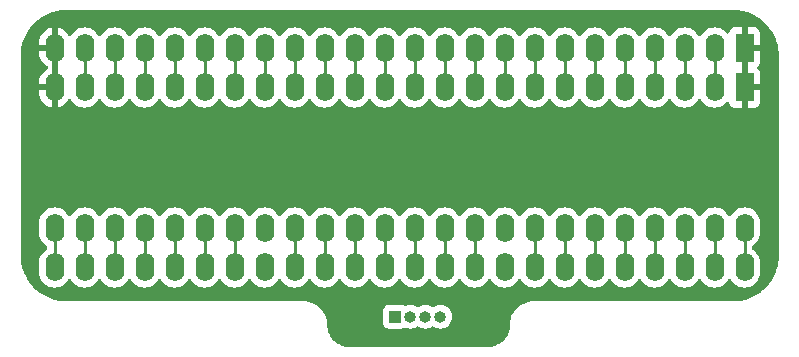
<source format=gbr>
G04 #@! TF.GenerationSoftware,KiCad,Pcbnew,7.0.0-1.fc37*
G04 #@! TF.CreationDate,2023-02-19T18:59:07+00:00*
G04 #@! TF.ProjectId,Gary,47617279-2e6b-4696-9361-645f70636258,rev?*
G04 #@! TF.SameCoordinates,Original*
G04 #@! TF.FileFunction,Copper,L1,Top*
G04 #@! TF.FilePolarity,Positive*
%FSLAX46Y46*%
G04 Gerber Fmt 4.6, Leading zero omitted, Abs format (unit mm)*
G04 Created by KiCad (PCBNEW 7.0.0-1.fc37) date 2023-02-19 18:59:07*
%MOMM*%
%LPD*%
G01*
G04 APERTURE LIST*
G04 #@! TA.AperFunction,ComponentPad*
%ADD10R,1.600000X2.400000*%
G04 #@! TD*
G04 #@! TA.AperFunction,ComponentPad*
%ADD11O,1.600000X2.400000*%
G04 #@! TD*
G04 #@! TA.AperFunction,ComponentPad*
%ADD12R,1.000000X1.000000*%
G04 #@! TD*
G04 #@! TA.AperFunction,ComponentPad*
%ADD13O,1.000000X1.000000*%
G04 #@! TD*
G04 #@! TA.AperFunction,Conductor*
%ADD14C,0.250000*%
G04 #@! TD*
G04 APERTURE END LIST*
D10*
G04 #@! TO.P,U2,1,GND*
G04 #@! TO.N,GND*
X186425999Y-42234799D03*
D11*
G04 #@! TO.P,U2,2,_VPA*
G04 #@! TO.N,/VPA*
X183885999Y-42234799D03*
G04 #@! TO.P,U2,3,_OEL*
G04 #@! TO.N,/OEL*
X181345999Y-42234799D03*
G04 #@! TO.P,U2,4,_OEB*
G04 #@! TO.N,/OEB*
X178805999Y-42234799D03*
G04 #@! TO.P,U2,5,_KBRESET*
G04 #@! TO.N,/KBRESET*
X176265999Y-42234799D03*
G04 #@! TO.P,U2,6,VCC*
G04 #@! TO.N,VCC*
X173725999Y-42234799D03*
G04 #@! TO.P,U2,7,_MTR*
G04 #@! TO.N,/MTR*
X171185999Y-42234799D03*
G04 #@! TO.P,U2,8,DKWE*
G04 #@! TO.N,/DKWE*
X168645999Y-42234799D03*
G04 #@! TO.P,U2,9,_DKWD*
G04 #@! TO.N,/DKWD*
X166105999Y-42234799D03*
G04 #@! TO.P,U2,10,_LDS*
G04 #@! TO.N,/LDS*
X163565999Y-42234799D03*
G04 #@! TO.P,U2,11,_UDS*
G04 #@! TO.N,/UDS*
X161025999Y-42234799D03*
G04 #@! TO.P,U2,12,R/W*
G04 #@! TO.N,/RW*
X158485999Y-42234799D03*
G04 #@! TO.P,U2,13,_AS*
G04 #@! TO.N,/AS*
X155945999Y-42234799D03*
G04 #@! TO.P,U2,14,_BGACK*
G04 #@! TO.N,/BGACK*
X153405999Y-42234799D03*
G04 #@! TO.P,U2,15,_BLIT*
G04 #@! TO.N,/BLIT*
X150865999Y-42234799D03*
G04 #@! TO.P,U2,16,_SEL*
G04 #@! TO.N,/SEL*
X148325999Y-42234799D03*
G04 #@! TO.P,U2,17,VCC*
G04 #@! TO.N,VCC*
X145785999Y-42234799D03*
G04 #@! TO.P,U2,18,_REGEN*
G04 #@! TO.N,/REGEN*
X143245999Y-42234799D03*
G04 #@! TO.P,U2,19,_BLISS*
G04 #@! TO.N,/BLISS*
X140705999Y-42234799D03*
G04 #@! TO.P,U2,20,_RAMEN*
G04 #@! TO.N,/RAMEN*
X138165999Y-42234799D03*
G04 #@! TO.P,U2,21,_ROMEN*
G04 #@! TO.N,/ROMEN*
X135625999Y-42234799D03*
G04 #@! TO.P,U2,22,_CLKRD*
G04 #@! TO.N,/CLKRD*
X133085999Y-42234799D03*
G04 #@! TO.P,U2,23,_CLKWR*
G04 #@! TO.N,/CLKWR*
X130545999Y-42234799D03*
G04 #@! TO.P,U2,24,GND*
G04 #@! TO.N,GND*
X128005999Y-42234799D03*
G04 #@! TO.P,U2,25,_LATCH*
G04 #@! TO.N,/LATCH*
X128005999Y-57474799D03*
G04 #@! TO.P,U2,26,_CDAC*
G04 #@! TO.N,/CDAC*
X130545999Y-57474799D03*
G04 #@! TO.P,U2,27,CCKQ*
G04 #@! TO.N,/CCKQ*
X133085999Y-57474799D03*
G04 #@! TO.P,U2,28,CCK*
G04 #@! TO.N,/CCK*
X135625999Y-57474799D03*
G04 #@! TO.P,U2,29,_OVR*
G04 #@! TO.N,/OVR*
X138165999Y-57474799D03*
G04 #@! TO.P,U2,30,OVL*
G04 #@! TO.N,/OVL*
X140705999Y-57474799D03*
G04 #@! TO.P,U2,31,XRDY*
G04 #@! TO.N,/XRDY*
X143245999Y-57474799D03*
G04 #@! TO.P,U2,32,_EXRAM*
G04 #@! TO.N,/EXRAM_CHIP*
X145785999Y-57474799D03*
G04 #@! TO.P,U2,33,A17*
G04 #@! TO.N,/A17*
X148325999Y-57474799D03*
G04 #@! TO.P,U2,34,A18*
G04 #@! TO.N,/A18*
X150865999Y-57474799D03*
G04 #@! TO.P,U2,35,A19*
G04 #@! TO.N,/A19*
X153405999Y-57474799D03*
G04 #@! TO.P,U2,36,A20*
G04 #@! TO.N,/A20*
X155945999Y-57474799D03*
G04 #@! TO.P,U2,37,A21*
G04 #@! TO.N,/A21*
X158485999Y-57474799D03*
G04 #@! TO.P,U2,38,A22*
G04 #@! TO.N,/A22*
X161025999Y-57474799D03*
G04 #@! TO.P,U2,39,A23*
G04 #@! TO.N,/A23*
X163565999Y-57474799D03*
G04 #@! TO.P,U2,40,NC*
G04 #@! TO.N,unconnected-(U2C-NC)*
X166105999Y-57474799D03*
G04 #@! TO.P,U2,41,_RST*
G04 #@! TO.N,/RST*
X168645999Y-57474799D03*
G04 #@! TO.P,U2,42,_HLT*
G04 #@! TO.N,/HLT*
X171185999Y-57474799D03*
G04 #@! TO.P,U2,43,_DTACK*
G04 #@! TO.N,/DTACK*
X173725999Y-57474799D03*
G04 #@! TO.P,U2,44,DKWEB*
G04 #@! TO.N,/DKWEB*
X176265999Y-57474799D03*
G04 #@! TO.P,U2,45,DKWDB*
G04 #@! TO.N,/DKWDB*
X178805999Y-57474799D03*
G04 #@! TO.P,U2,46,MTRON*
G04 #@! TO.N,/MTRON*
X181345999Y-57474799D03*
G04 #@! TO.P,U2,47,MTRX*
G04 #@! TO.N,/MTRX*
X183885999Y-57474799D03*
G04 #@! TO.P,U2,48,VCC*
G04 #@! TO.N,VCC*
X186425999Y-57474799D03*
G04 #@! TD*
D10*
G04 #@! TO.P,U1,1,GND*
G04 #@! TO.N,GND*
X186425999Y-38856999D03*
D11*
G04 #@! TO.P,U1,2,_VPA*
G04 #@! TO.N,/VPA*
X183885999Y-38856999D03*
G04 #@! TO.P,U1,3,_OEL*
G04 #@! TO.N,/OEL*
X181345999Y-38856999D03*
G04 #@! TO.P,U1,4,_OEB*
G04 #@! TO.N,/OEB*
X178805999Y-38856999D03*
G04 #@! TO.P,U1,5,_KBRESET*
G04 #@! TO.N,/KBRESET*
X176265999Y-38856999D03*
G04 #@! TO.P,U1,6,VCC*
G04 #@! TO.N,VCC*
X173725999Y-38856999D03*
G04 #@! TO.P,U1,7,_MTR*
G04 #@! TO.N,/MTR*
X171185999Y-38856999D03*
G04 #@! TO.P,U1,8,DKWE*
G04 #@! TO.N,/DKWE*
X168645999Y-38856999D03*
G04 #@! TO.P,U1,9,_DKWD*
G04 #@! TO.N,/DKWD*
X166105999Y-38856999D03*
G04 #@! TO.P,U1,10,_LDS*
G04 #@! TO.N,/LDS*
X163565999Y-38856999D03*
G04 #@! TO.P,U1,11,_UDS*
G04 #@! TO.N,/UDS*
X161025999Y-38856999D03*
G04 #@! TO.P,U1,12,R/W*
G04 #@! TO.N,/RW*
X158485999Y-38856999D03*
G04 #@! TO.P,U1,13,_AS*
G04 #@! TO.N,/AS*
X155945999Y-38856999D03*
G04 #@! TO.P,U1,14,_BGACK*
G04 #@! TO.N,/BGACK*
X153405999Y-38856999D03*
G04 #@! TO.P,U1,15,_BLIT*
G04 #@! TO.N,/BLIT*
X150865999Y-38856999D03*
G04 #@! TO.P,U1,16,_SEL*
G04 #@! TO.N,/SEL*
X148325999Y-38856999D03*
G04 #@! TO.P,U1,17,VCC*
G04 #@! TO.N,VCC*
X145785999Y-38856999D03*
G04 #@! TO.P,U1,18,_REGEN*
G04 #@! TO.N,/REGEN*
X143245999Y-38856999D03*
G04 #@! TO.P,U1,19,_BLISS*
G04 #@! TO.N,/BLISS*
X140705999Y-38856999D03*
G04 #@! TO.P,U1,20,_RAMEN*
G04 #@! TO.N,/RAMEN*
X138165999Y-38856999D03*
G04 #@! TO.P,U1,21,_ROMEN*
G04 #@! TO.N,/ROMEN*
X135625999Y-38856999D03*
G04 #@! TO.P,U1,22,_CLKRD*
G04 #@! TO.N,/CLKRD*
X133085999Y-38856999D03*
G04 #@! TO.P,U1,23,_CLKWR*
G04 #@! TO.N,/CLKWR*
X130545999Y-38856999D03*
G04 #@! TO.P,U1,24,GND*
G04 #@! TO.N,GND*
X128005999Y-38856999D03*
G04 #@! TO.P,U1,25,_LATCH*
G04 #@! TO.N,/LATCH*
X128005999Y-54096999D03*
G04 #@! TO.P,U1,26,_CDAC*
G04 #@! TO.N,/CDAC*
X130545999Y-54096999D03*
G04 #@! TO.P,U1,27,CCKQ*
G04 #@! TO.N,/CCKQ*
X133085999Y-54096999D03*
G04 #@! TO.P,U1,28,CCK*
G04 #@! TO.N,/CCK*
X135625999Y-54096999D03*
G04 #@! TO.P,U1,29,_OVR*
G04 #@! TO.N,/OVR*
X138165999Y-54096999D03*
G04 #@! TO.P,U1,30,OVL*
G04 #@! TO.N,/OVL*
X140705999Y-54096999D03*
G04 #@! TO.P,U1,31,XRDY*
G04 #@! TO.N,/XRDY*
X143245999Y-54096999D03*
G04 #@! TO.P,U1,32,_EXRAM*
G04 #@! TO.N,/EXRAM_SOCKET*
X145785999Y-54096999D03*
G04 #@! TO.P,U1,33,A17*
G04 #@! TO.N,/A17*
X148325999Y-54096999D03*
G04 #@! TO.P,U1,34,A18*
G04 #@! TO.N,/A18*
X150865999Y-54096999D03*
G04 #@! TO.P,U1,35,A19*
G04 #@! TO.N,/A19*
X153405999Y-54096999D03*
G04 #@! TO.P,U1,36,A20*
G04 #@! TO.N,/A20*
X155945999Y-54096999D03*
G04 #@! TO.P,U1,37,A21*
G04 #@! TO.N,/A21*
X158485999Y-54096999D03*
G04 #@! TO.P,U1,38,A22*
G04 #@! TO.N,/A22*
X161025999Y-54096999D03*
G04 #@! TO.P,U1,39,A23*
G04 #@! TO.N,/A23*
X163565999Y-54096999D03*
G04 #@! TO.P,U1,40,NC*
G04 #@! TO.N,unconnected-(U1C-NC)*
X166105999Y-54096999D03*
G04 #@! TO.P,U1,41,_RST*
G04 #@! TO.N,/RST*
X168645999Y-54096999D03*
G04 #@! TO.P,U1,42,_HLT*
G04 #@! TO.N,/HLT*
X171185999Y-54096999D03*
G04 #@! TO.P,U1,43,_DTACK*
G04 #@! TO.N,/DTACK*
X173725999Y-54096999D03*
G04 #@! TO.P,U1,44,DKWEB*
G04 #@! TO.N,/DKWEB*
X176265999Y-54096999D03*
G04 #@! TO.P,U1,45,DKWDB*
G04 #@! TO.N,/DKWDB*
X178805999Y-54096999D03*
G04 #@! TO.P,U1,46,MTRON*
G04 #@! TO.N,/MTRON*
X181345999Y-54096999D03*
G04 #@! TO.P,U1,47,MTRX*
G04 #@! TO.N,/MTRX*
X183885999Y-54096999D03*
G04 #@! TO.P,U1,48,VCC*
G04 #@! TO.N,VCC*
X186425999Y-54096999D03*
G04 #@! TD*
D12*
G04 #@! TO.P,J1,1,Pin_1*
G04 #@! TO.N,/A19*
X156849999Y-61639599D03*
D13*
G04 #@! TO.P,J1,2,Pin_2*
G04 #@! TO.N,/A20*
X158119999Y-61639599D03*
G04 #@! TO.P,J1,3,Pin_3*
G04 #@! TO.N,/EXRAM_CHIP*
X159389999Y-61639599D03*
G04 #@! TO.P,J1,4,Pin_4*
G04 #@! TO.N,/A23*
X160659999Y-61639599D03*
G04 #@! TD*
D14*
G04 #@! TO.N,/A19*
X153406000Y-54097000D02*
X153406000Y-57474800D01*
G04 #@! TO.N,/A20*
X155946000Y-54097000D02*
X155946000Y-57474800D01*
G04 #@! TO.N,/A22*
X161026000Y-54097000D02*
X161026000Y-57474800D01*
G04 #@! TO.N,/A23*
X163566000Y-54097000D02*
X163566000Y-57474800D01*
G04 #@! TO.N,GND*
X186426000Y-38857000D02*
X186426000Y-42234800D01*
X128006000Y-38857000D02*
X128006000Y-42234800D01*
G04 #@! TO.N,/LATCH*
X128006000Y-54097000D02*
X128006000Y-57474800D01*
G04 #@! TO.N,/VPA*
X183886000Y-38857000D02*
X183886000Y-42234800D01*
G04 #@! TO.N,/CDAC*
X130546000Y-54097000D02*
X130546000Y-57474800D01*
G04 #@! TO.N,/OEL*
X181346000Y-38857000D02*
X181346000Y-42234800D01*
G04 #@! TO.N,/CCKQ*
X133086000Y-54097000D02*
X133086000Y-57474800D01*
G04 #@! TO.N,/OEB*
X178806000Y-38857000D02*
X178806000Y-42234800D01*
G04 #@! TO.N,/CCK*
X135626000Y-54097000D02*
X135626000Y-57474800D01*
G04 #@! TO.N,/KBRESET*
X176266000Y-38857000D02*
X176266000Y-42234800D01*
G04 #@! TO.N,/OVR*
X138166000Y-54097000D02*
X138166000Y-57474800D01*
G04 #@! TO.N,VCC*
X186426000Y-54097000D02*
X186426000Y-57474800D01*
X145786000Y-38857000D02*
X145786000Y-42234800D01*
X173726000Y-38857000D02*
X173726000Y-42234800D01*
G04 #@! TO.N,/OVL*
X140706000Y-54097000D02*
X140706000Y-57474800D01*
G04 #@! TO.N,/MTR*
X171186000Y-38857000D02*
X171186000Y-42234800D01*
G04 #@! TO.N,/XRDY*
X143246000Y-54097000D02*
X143246000Y-57474800D01*
G04 #@! TO.N,/DKWE*
X168646000Y-38857000D02*
X168646000Y-42234800D01*
G04 #@! TO.N,/DKWD*
X166106000Y-38857000D02*
X166106000Y-42234800D01*
G04 #@! TO.N,/A17*
X148326000Y-54097000D02*
X148326000Y-57474800D01*
G04 #@! TO.N,/LDS*
X163566000Y-38857000D02*
X163566000Y-42234800D01*
G04 #@! TO.N,/A18*
X150866000Y-54097000D02*
X150866000Y-57474800D01*
G04 #@! TO.N,/UDS*
X161026000Y-38857000D02*
X161026000Y-42234800D01*
G04 #@! TO.N,/RW*
X158486000Y-38857000D02*
X158486000Y-42234800D01*
G04 #@! TO.N,/AS*
X155946000Y-38857000D02*
X155946000Y-42234800D01*
G04 #@! TO.N,/A21*
X158486000Y-54097000D02*
X158486000Y-57474800D01*
G04 #@! TO.N,/BGACK*
X153406000Y-38857000D02*
X153406000Y-42234800D01*
G04 #@! TO.N,/BLIT*
X150866000Y-38857000D02*
X150866000Y-42234800D01*
G04 #@! TO.N,/SEL*
X148326000Y-38857000D02*
X148326000Y-42234800D01*
G04 #@! TO.N,/RST*
X168646000Y-54097000D02*
X168646000Y-57474800D01*
G04 #@! TO.N,/REGEN*
X143246000Y-38857000D02*
X143246000Y-42234800D01*
G04 #@! TO.N,/HLT*
X171186000Y-54097000D02*
X171186000Y-57474800D01*
G04 #@! TO.N,/BLISS*
X140706000Y-38857000D02*
X140706000Y-42234800D01*
G04 #@! TO.N,/DTACK*
X173726000Y-54097000D02*
X173726000Y-57474800D01*
G04 #@! TO.N,/RAMEN*
X138166000Y-38857000D02*
X138166000Y-42234800D01*
G04 #@! TO.N,/DKWEB*
X176266000Y-54097000D02*
X176266000Y-57474800D01*
G04 #@! TO.N,/ROMEN*
X135626000Y-38857000D02*
X135626000Y-42234800D01*
G04 #@! TO.N,/DKWDB*
X178806000Y-54097000D02*
X178806000Y-57474800D01*
G04 #@! TO.N,/CLKRD*
X133086000Y-38857000D02*
X133086000Y-42234800D01*
G04 #@! TO.N,/MTRON*
X181346000Y-54097000D02*
X181346000Y-57474800D01*
G04 #@! TO.N,/CLKWR*
X130546000Y-38857000D02*
X130546000Y-42234800D01*
G04 #@! TO.N,/MTRX*
X183886000Y-54097000D02*
X183886000Y-57474800D01*
G04 #@! TD*
G04 #@! TA.AperFunction,Conductor*
G04 #@! TO.N,GND*
G36*
X185422898Y-35662234D02*
G01*
X185592822Y-35670090D01*
X185592817Y-35670189D01*
X185593181Y-35670107D01*
X185781280Y-35679348D01*
X185792441Y-35680398D01*
X185971830Y-35705421D01*
X185972617Y-35705535D01*
X186150397Y-35731906D01*
X186160744Y-35733887D01*
X186338619Y-35775723D01*
X186340091Y-35776080D01*
X186512815Y-35819345D01*
X186522236Y-35822100D01*
X186696012Y-35880344D01*
X186698418Y-35881177D01*
X186865242Y-35940867D01*
X186873681Y-35944236D01*
X187041711Y-36018428D01*
X187044611Y-36019753D01*
X187204494Y-36095373D01*
X187211909Y-36099187D01*
X187372540Y-36188658D01*
X187375971Y-36190640D01*
X187496280Y-36262750D01*
X187527430Y-36281421D01*
X187533860Y-36285545D01*
X187685677Y-36389542D01*
X187689528Y-36392288D01*
X187831212Y-36497368D01*
X187836634Y-36501624D01*
X187978268Y-36619235D01*
X187982368Y-36622793D01*
X188113063Y-36741248D01*
X188117542Y-36745513D01*
X188247685Y-36875656D01*
X188251950Y-36880135D01*
X188370405Y-37010830D01*
X188373970Y-37014938D01*
X188489995Y-37154662D01*
X188491562Y-37156549D01*
X188495830Y-37161986D01*
X188600910Y-37303670D01*
X188603656Y-37307521D01*
X188707653Y-37459338D01*
X188711777Y-37465768D01*
X188802538Y-37617193D01*
X188804540Y-37620658D01*
X188894011Y-37781289D01*
X188897838Y-37788729D01*
X188973427Y-37948549D01*
X188974788Y-37951527D01*
X189048961Y-38119514D01*
X189052332Y-38127960D01*
X189112021Y-38294780D01*
X189112854Y-38297186D01*
X189171098Y-38470962D01*
X189173854Y-38480388D01*
X189217080Y-38652952D01*
X189217509Y-38654721D01*
X189259310Y-38832451D01*
X189261293Y-38842810D01*
X189287640Y-39020425D01*
X189287796Y-39021505D01*
X189312797Y-39200725D01*
X189313853Y-39211951D01*
X189323091Y-39400014D01*
X189323099Y-39400377D01*
X189323109Y-39400377D01*
X189330966Y-39570302D01*
X189331100Y-39576122D01*
X189331100Y-56435878D01*
X189330966Y-56441698D01*
X189323109Y-56611622D01*
X189323091Y-56611984D01*
X189313853Y-56800047D01*
X189312797Y-56811273D01*
X189287796Y-56990493D01*
X189287640Y-56991573D01*
X189261293Y-57169188D01*
X189259310Y-57179547D01*
X189217509Y-57357277D01*
X189217080Y-57359046D01*
X189173854Y-57531610D01*
X189171098Y-57541036D01*
X189112854Y-57714812D01*
X189112021Y-57717218D01*
X189052332Y-57884038D01*
X189048961Y-57892484D01*
X188974788Y-58060471D01*
X188973427Y-58063449D01*
X188897838Y-58223269D01*
X188894011Y-58230709D01*
X188804540Y-58391340D01*
X188802538Y-58394805D01*
X188711777Y-58546230D01*
X188707653Y-58552660D01*
X188603656Y-58704477D01*
X188600910Y-58708328D01*
X188495830Y-58850012D01*
X188491562Y-58855449D01*
X188373981Y-58997047D01*
X188370405Y-59001168D01*
X188251950Y-59131863D01*
X188247685Y-59136342D01*
X188117542Y-59266485D01*
X188113063Y-59270750D01*
X187982368Y-59389205D01*
X187978247Y-59392781D01*
X187836649Y-59510362D01*
X187831212Y-59514630D01*
X187689528Y-59619710D01*
X187685677Y-59622456D01*
X187533860Y-59726453D01*
X187527430Y-59730577D01*
X187376005Y-59821338D01*
X187372540Y-59823340D01*
X187211909Y-59912811D01*
X187204469Y-59916638D01*
X187044649Y-59992227D01*
X187041671Y-59993588D01*
X186873684Y-60067761D01*
X186865238Y-60071132D01*
X186698418Y-60130821D01*
X186696012Y-60131654D01*
X186522236Y-60189898D01*
X186512810Y-60192654D01*
X186340246Y-60235880D01*
X186338477Y-60236309D01*
X186160747Y-60278110D01*
X186150388Y-60280093D01*
X185972773Y-60306440D01*
X185971693Y-60306596D01*
X185792473Y-60331597D01*
X185781247Y-60332653D01*
X185593184Y-60341891D01*
X185592822Y-60341909D01*
X185422898Y-60349766D01*
X185417078Y-60349900D01*
X168504100Y-60349900D01*
X168503600Y-60349900D01*
X168377042Y-60349900D01*
X168372956Y-60350437D01*
X168372954Y-60350438D01*
X168130187Y-60382398D01*
X168130173Y-60382400D01*
X168126092Y-60382938D01*
X168122109Y-60384005D01*
X168122105Y-60384006D01*
X167885582Y-60447382D01*
X167885577Y-60447383D01*
X167881601Y-60448449D01*
X167877802Y-60450022D01*
X167877792Y-60450026D01*
X167651560Y-60543735D01*
X167651551Y-60543739D01*
X167647752Y-60545313D01*
X167644183Y-60547373D01*
X167644180Y-60547375D01*
X167432123Y-60669806D01*
X167432112Y-60669813D01*
X167428548Y-60671871D01*
X167425282Y-60674376D01*
X167425276Y-60674381D01*
X167231015Y-60823442D01*
X167231008Y-60823447D01*
X167227737Y-60825958D01*
X167224817Y-60828877D01*
X167224809Y-60828885D01*
X167051685Y-61002009D01*
X167051677Y-61002017D01*
X167048758Y-61004937D01*
X167046247Y-61008208D01*
X167046242Y-61008215D01*
X166897181Y-61202476D01*
X166897176Y-61202482D01*
X166894671Y-61205748D01*
X166892613Y-61209312D01*
X166892606Y-61209323D01*
X166864665Y-61257719D01*
X166768113Y-61424952D01*
X166766539Y-61428751D01*
X166766535Y-61428760D01*
X166672826Y-61654992D01*
X166672822Y-61655002D01*
X166671249Y-61658801D01*
X166670183Y-61662777D01*
X166670182Y-61662782D01*
X166625072Y-61831138D01*
X166605738Y-61903292D01*
X166605200Y-61907373D01*
X166605198Y-61907387D01*
X166588679Y-62032865D01*
X166572700Y-62154242D01*
X166572700Y-62158364D01*
X166572700Y-62276676D01*
X166572430Y-62284920D01*
X166567241Y-62364058D01*
X166567190Y-62364802D01*
X166555180Y-62532734D01*
X166553080Y-62548327D01*
X166531555Y-62656543D01*
X166531096Y-62658746D01*
X166502093Y-62792067D01*
X166498286Y-62805784D01*
X166460858Y-62916044D01*
X166459601Y-62919575D01*
X166414058Y-63041682D01*
X166409008Y-63053378D01*
X166356420Y-63160016D01*
X166354001Y-63164674D01*
X166292708Y-63276923D01*
X166286887Y-63286538D01*
X166220209Y-63386330D01*
X166216311Y-63391839D01*
X166140280Y-63493403D01*
X166134144Y-63500971D01*
X166054695Y-63591565D01*
X166049058Y-63597582D01*
X165959582Y-63687058D01*
X165953565Y-63692695D01*
X165862971Y-63772144D01*
X165855403Y-63778280D01*
X165753839Y-63854311D01*
X165748330Y-63858209D01*
X165648538Y-63924887D01*
X165638923Y-63930708D01*
X165526674Y-63992001D01*
X165522016Y-63994420D01*
X165415378Y-64047008D01*
X165403682Y-64052058D01*
X165281575Y-64097601D01*
X165278044Y-64098858D01*
X165167784Y-64136286D01*
X165154067Y-64140093D01*
X165020746Y-64169096D01*
X165018543Y-64169555D01*
X164910327Y-64191080D01*
X164894734Y-64193180D01*
X164726802Y-64205190D01*
X164726058Y-64205241D01*
X164648895Y-64210300D01*
X164646918Y-64210430D01*
X164638676Y-64210700D01*
X153013723Y-64210700D01*
X153005481Y-64210430D01*
X153003059Y-64210271D01*
X152926352Y-64205242D01*
X152925607Y-64205191D01*
X152757664Y-64193180D01*
X152742071Y-64191080D01*
X152633855Y-64169555D01*
X152631652Y-64169096D01*
X152498331Y-64140093D01*
X152484614Y-64136286D01*
X152374354Y-64098858D01*
X152370823Y-64097601D01*
X152248716Y-64052058D01*
X152237020Y-64047008D01*
X152130382Y-63994420D01*
X152125724Y-63992001D01*
X152013475Y-63930708D01*
X152003860Y-63924887D01*
X151904068Y-63858209D01*
X151898585Y-63854330D01*
X151796993Y-63778278D01*
X151789427Y-63772144D01*
X151698833Y-63692695D01*
X151692816Y-63687058D01*
X151603340Y-63597582D01*
X151597703Y-63591565D01*
X151518254Y-63500971D01*
X151512125Y-63493412D01*
X151436059Y-63391799D01*
X151432204Y-63386351D01*
X151365506Y-63286530D01*
X151359696Y-63276933D01*
X151298378Y-63164638D01*
X151295988Y-63160035D01*
X151243388Y-63053373D01*
X151238345Y-63041695D01*
X151192787Y-62919549D01*
X151191540Y-62916044D01*
X151154112Y-62805784D01*
X151150305Y-62792067D01*
X151121272Y-62658602D01*
X151120872Y-62656686D01*
X151099315Y-62548311D01*
X151097220Y-62532750D01*
X151085194Y-62364608D01*
X151085157Y-62364058D01*
X151079970Y-62284918D01*
X151079700Y-62276678D01*
X151079700Y-62188238D01*
X155841500Y-62188238D01*
X155841859Y-62191585D01*
X155841860Y-62191588D01*
X155847168Y-62240967D01*
X155847169Y-62240973D01*
X155848011Y-62248801D01*
X155850762Y-62256178D01*
X155850763Y-62256180D01*
X155895962Y-62377363D01*
X155895964Y-62377366D01*
X155899111Y-62385804D01*
X155904508Y-62393014D01*
X155904510Y-62393017D01*
X155973452Y-62485112D01*
X155986739Y-62502861D01*
X155993950Y-62508259D01*
X156086627Y-62577637D01*
X156103796Y-62590489D01*
X156240799Y-62641589D01*
X156301362Y-62648100D01*
X157395269Y-62648100D01*
X157398638Y-62648100D01*
X157459201Y-62641589D01*
X157596204Y-62590489D01*
X157603416Y-62585089D01*
X157611328Y-62580770D01*
X157612303Y-62582555D01*
X157660168Y-62563221D01*
X157724102Y-62571831D01*
X157726732Y-62572920D01*
X157732196Y-62575841D01*
X157922299Y-62633508D01*
X157928460Y-62634114D01*
X157928461Y-62634115D01*
X158113837Y-62652373D01*
X158120000Y-62652980D01*
X158317701Y-62633508D01*
X158507804Y-62575841D01*
X158683004Y-62482195D01*
X158686045Y-62479699D01*
X158730416Y-62461318D01*
X158779584Y-62461318D01*
X158823954Y-62479699D01*
X158826996Y-62482195D01*
X159002196Y-62575841D01*
X159192299Y-62633508D01*
X159198460Y-62634114D01*
X159198461Y-62634115D01*
X159383837Y-62652373D01*
X159390000Y-62652980D01*
X159587701Y-62633508D01*
X159777804Y-62575841D01*
X159953004Y-62482195D01*
X159956045Y-62479699D01*
X160000416Y-62461318D01*
X160049584Y-62461318D01*
X160093954Y-62479699D01*
X160096996Y-62482195D01*
X160272196Y-62575841D01*
X160462299Y-62633508D01*
X160468460Y-62634114D01*
X160468461Y-62634115D01*
X160653837Y-62652373D01*
X160660000Y-62652980D01*
X160857701Y-62633508D01*
X161047804Y-62575841D01*
X161223004Y-62482195D01*
X161376568Y-62356168D01*
X161502595Y-62202604D01*
X161596241Y-62027404D01*
X161653908Y-61837301D01*
X161673380Y-61639600D01*
X161653908Y-61441899D01*
X161596241Y-61251796D01*
X161502595Y-61076596D01*
X161376568Y-60923032D01*
X161368188Y-60916155D01*
X161227788Y-60800931D01*
X161227787Y-60800930D01*
X161223004Y-60797005D01*
X161197831Y-60783550D01*
X161053265Y-60706278D01*
X161047804Y-60703359D01*
X160989135Y-60685562D01*
X160863623Y-60647488D01*
X160863619Y-60647487D01*
X160857701Y-60645692D01*
X160851547Y-60645085D01*
X160851538Y-60645084D01*
X160666163Y-60626827D01*
X160660000Y-60626220D01*
X160653837Y-60626827D01*
X160468461Y-60645084D01*
X160468450Y-60645086D01*
X160462299Y-60645692D01*
X160456382Y-60647486D01*
X160456376Y-60647488D01*
X160278119Y-60701562D01*
X160278116Y-60701563D01*
X160272196Y-60703359D01*
X160266738Y-60706276D01*
X160266734Y-60706278D01*
X160102451Y-60794088D01*
X160102441Y-60794094D01*
X160096996Y-60797005D01*
X160093953Y-60799501D01*
X160049579Y-60817880D01*
X160000421Y-60817880D01*
X159956046Y-60799501D01*
X159953004Y-60797005D01*
X159947553Y-60794091D01*
X159947548Y-60794088D01*
X159783265Y-60706278D01*
X159777804Y-60703359D01*
X159719135Y-60685562D01*
X159593623Y-60647488D01*
X159593619Y-60647487D01*
X159587701Y-60645692D01*
X159581547Y-60645085D01*
X159581538Y-60645084D01*
X159396163Y-60626827D01*
X159390000Y-60626220D01*
X159383837Y-60626827D01*
X159198461Y-60645084D01*
X159198450Y-60645086D01*
X159192299Y-60645692D01*
X159186382Y-60647486D01*
X159186376Y-60647488D01*
X159008119Y-60701562D01*
X159008116Y-60701563D01*
X159002196Y-60703359D01*
X158996738Y-60706276D01*
X158996734Y-60706278D01*
X158832451Y-60794088D01*
X158832441Y-60794094D01*
X158826996Y-60797005D01*
X158823953Y-60799501D01*
X158779579Y-60817880D01*
X158730421Y-60817880D01*
X158686046Y-60799501D01*
X158683004Y-60797005D01*
X158677553Y-60794091D01*
X158677548Y-60794088D01*
X158513265Y-60706278D01*
X158507804Y-60703359D01*
X158449135Y-60685562D01*
X158323623Y-60647488D01*
X158323619Y-60647487D01*
X158317701Y-60645692D01*
X158311547Y-60645085D01*
X158311538Y-60645084D01*
X158126163Y-60626827D01*
X158120000Y-60626220D01*
X158113837Y-60626827D01*
X157928461Y-60645084D01*
X157928450Y-60645086D01*
X157922299Y-60645692D01*
X157916382Y-60647486D01*
X157916376Y-60647488D01*
X157738115Y-60701563D01*
X157738110Y-60701564D01*
X157732196Y-60703359D01*
X157726742Y-60706273D01*
X157724094Y-60707371D01*
X157660173Y-60715978D01*
X157612298Y-60696646D01*
X157611325Y-60698429D01*
X157603416Y-60694110D01*
X157596204Y-60688711D01*
X157587766Y-60685564D01*
X157587763Y-60685562D01*
X157466580Y-60640363D01*
X157466578Y-60640362D01*
X157459201Y-60637611D01*
X157451373Y-60636769D01*
X157451367Y-60636768D01*
X157401988Y-60631460D01*
X157401985Y-60631459D01*
X157398638Y-60631100D01*
X156301362Y-60631100D01*
X156298015Y-60631459D01*
X156298011Y-60631460D01*
X156248632Y-60636768D01*
X156248625Y-60636769D01*
X156240799Y-60637611D01*
X156233423Y-60640361D01*
X156233419Y-60640363D01*
X156112236Y-60685562D01*
X156112230Y-60685565D01*
X156103796Y-60688711D01*
X156096588Y-60694106D01*
X156096582Y-60694110D01*
X155993950Y-60770940D01*
X155993946Y-60770943D01*
X155986739Y-60776339D01*
X155981343Y-60783546D01*
X155981340Y-60783550D01*
X155904510Y-60886182D01*
X155904506Y-60886188D01*
X155899111Y-60893396D01*
X155895965Y-60901830D01*
X155895962Y-60901836D01*
X155850763Y-61023019D01*
X155850761Y-61023023D01*
X155848011Y-61030399D01*
X155847169Y-61038225D01*
X155847168Y-61038232D01*
X155841860Y-61087611D01*
X155841500Y-61090962D01*
X155841500Y-62188238D01*
X151079700Y-62188238D01*
X151079700Y-62158364D01*
X151079700Y-62154242D01*
X151046662Y-61903292D01*
X150981151Y-61658801D01*
X150884287Y-61424952D01*
X150757729Y-61205748D01*
X150603642Y-61004937D01*
X150424663Y-60825958D01*
X150223852Y-60671871D01*
X150220280Y-60669808D01*
X150220276Y-60669806D01*
X150008219Y-60547375D01*
X150004648Y-60545313D01*
X150000842Y-60543736D01*
X150000839Y-60543735D01*
X149774607Y-60450026D01*
X149774602Y-60450024D01*
X149770799Y-60448449D01*
X149526308Y-60382938D01*
X149522223Y-60382400D01*
X149522212Y-60382398D01*
X149279445Y-60350438D01*
X149279444Y-60350437D01*
X149275358Y-60349900D01*
X149271236Y-60349900D01*
X129034922Y-60349900D01*
X129029102Y-60349766D01*
X128859176Y-60341909D01*
X128858814Y-60341891D01*
X128670751Y-60332653D01*
X128659525Y-60331597D01*
X128480305Y-60306596D01*
X128479225Y-60306440D01*
X128301610Y-60280093D01*
X128291251Y-60278110D01*
X128113521Y-60236309D01*
X128111752Y-60235880D01*
X127939188Y-60192654D01*
X127929762Y-60189898D01*
X127755986Y-60131654D01*
X127753580Y-60130821D01*
X127586760Y-60071132D01*
X127578314Y-60067761D01*
X127410327Y-59993588D01*
X127407349Y-59992227D01*
X127247529Y-59916638D01*
X127240089Y-59912811D01*
X127079458Y-59823340D01*
X127075993Y-59821338D01*
X126924568Y-59730577D01*
X126918138Y-59726453D01*
X126766321Y-59622456D01*
X126762470Y-59619710D01*
X126620786Y-59514630D01*
X126615349Y-59510362D01*
X126473738Y-59392770D01*
X126469630Y-59389205D01*
X126338935Y-59270750D01*
X126334456Y-59266485D01*
X126204313Y-59136342D01*
X126200048Y-59131863D01*
X126081593Y-59001168D01*
X126078035Y-58997068D01*
X125960424Y-58855434D01*
X125956168Y-58850012D01*
X125851088Y-58708328D01*
X125848342Y-58704477D01*
X125744345Y-58552660D01*
X125740221Y-58546230D01*
X125707922Y-58492343D01*
X125649440Y-58394771D01*
X125647458Y-58391340D01*
X125557987Y-58230709D01*
X125554173Y-58223294D01*
X125478553Y-58063411D01*
X125477228Y-58060511D01*
X125420453Y-57931927D01*
X126697500Y-57931927D01*
X126697737Y-57934644D01*
X126697738Y-57934650D01*
X126709006Y-58063449D01*
X126712457Y-58102887D01*
X126771716Y-58324043D01*
X126774038Y-58329023D01*
X126774039Y-58329025D01*
X126866150Y-58526558D01*
X126868477Y-58531549D01*
X126871630Y-58536052D01*
X126871633Y-58536057D01*
X126883259Y-58552660D01*
X126999802Y-58719100D01*
X127161700Y-58880998D01*
X127246966Y-58940702D01*
X127327434Y-58997047D01*
X127349251Y-59012323D01*
X127556757Y-59109084D01*
X127777913Y-59168343D01*
X128006000Y-59188298D01*
X128234087Y-59168343D01*
X128455243Y-59109084D01*
X128662749Y-59012323D01*
X128850300Y-58880998D01*
X129012198Y-58719100D01*
X129143523Y-58531549D01*
X129161804Y-58492343D01*
X129208300Y-58439325D01*
X129276000Y-58419592D01*
X129343700Y-58439325D01*
X129390195Y-58492343D01*
X129406149Y-58526558D01*
X129406151Y-58526561D01*
X129408477Y-58531549D01*
X129411630Y-58536052D01*
X129411633Y-58536057D01*
X129423259Y-58552660D01*
X129539802Y-58719100D01*
X129701700Y-58880998D01*
X129786966Y-58940702D01*
X129867434Y-58997047D01*
X129889251Y-59012323D01*
X130096757Y-59109084D01*
X130317913Y-59168343D01*
X130546000Y-59188298D01*
X130774087Y-59168343D01*
X130995243Y-59109084D01*
X131202749Y-59012323D01*
X131390300Y-58880998D01*
X131552198Y-58719100D01*
X131683523Y-58531549D01*
X131701804Y-58492343D01*
X131748300Y-58439325D01*
X131816000Y-58419592D01*
X131883700Y-58439325D01*
X131930195Y-58492343D01*
X131946149Y-58526558D01*
X131946151Y-58526561D01*
X131948477Y-58531549D01*
X131951630Y-58536052D01*
X131951633Y-58536057D01*
X131963259Y-58552660D01*
X132079802Y-58719100D01*
X132241700Y-58880998D01*
X132326966Y-58940702D01*
X132407434Y-58997047D01*
X132429251Y-59012323D01*
X132636757Y-59109084D01*
X132857913Y-59168343D01*
X133086000Y-59188298D01*
X133314087Y-59168343D01*
X133535243Y-59109084D01*
X133742749Y-59012323D01*
X133930300Y-58880998D01*
X134092198Y-58719100D01*
X134223523Y-58531549D01*
X134241804Y-58492343D01*
X134288300Y-58439325D01*
X134356000Y-58419592D01*
X134423700Y-58439325D01*
X134470195Y-58492343D01*
X134486149Y-58526558D01*
X134486151Y-58526561D01*
X134488477Y-58531549D01*
X134491630Y-58536052D01*
X134491633Y-58536057D01*
X134503259Y-58552660D01*
X134619802Y-58719100D01*
X134781700Y-58880998D01*
X134866966Y-58940702D01*
X134947434Y-58997047D01*
X134969251Y-59012323D01*
X135176757Y-59109084D01*
X135397913Y-59168343D01*
X135626000Y-59188298D01*
X135854087Y-59168343D01*
X136075243Y-59109084D01*
X136282749Y-59012323D01*
X136470300Y-58880998D01*
X136632198Y-58719100D01*
X136763523Y-58531549D01*
X136781804Y-58492343D01*
X136828300Y-58439325D01*
X136896000Y-58419592D01*
X136963700Y-58439325D01*
X137010195Y-58492343D01*
X137026149Y-58526558D01*
X137026151Y-58526561D01*
X137028477Y-58531549D01*
X137031630Y-58536052D01*
X137031633Y-58536057D01*
X137043259Y-58552660D01*
X137159802Y-58719100D01*
X137321700Y-58880998D01*
X137406966Y-58940702D01*
X137487434Y-58997047D01*
X137509251Y-59012323D01*
X137716757Y-59109084D01*
X137937913Y-59168343D01*
X138166000Y-59188298D01*
X138394087Y-59168343D01*
X138615243Y-59109084D01*
X138822749Y-59012323D01*
X139010300Y-58880998D01*
X139172198Y-58719100D01*
X139303523Y-58531549D01*
X139321804Y-58492343D01*
X139368300Y-58439325D01*
X139436000Y-58419592D01*
X139503700Y-58439325D01*
X139550195Y-58492343D01*
X139566149Y-58526558D01*
X139566151Y-58526561D01*
X139568477Y-58531549D01*
X139571630Y-58536052D01*
X139571633Y-58536057D01*
X139583259Y-58552660D01*
X139699802Y-58719100D01*
X139861700Y-58880998D01*
X139946966Y-58940702D01*
X140027434Y-58997047D01*
X140049251Y-59012323D01*
X140256757Y-59109084D01*
X140477913Y-59168343D01*
X140706000Y-59188298D01*
X140934087Y-59168343D01*
X141155243Y-59109084D01*
X141362749Y-59012323D01*
X141550300Y-58880998D01*
X141712198Y-58719100D01*
X141843523Y-58531549D01*
X141861804Y-58492343D01*
X141908300Y-58439325D01*
X141976000Y-58419592D01*
X142043700Y-58439325D01*
X142090195Y-58492343D01*
X142106149Y-58526558D01*
X142106151Y-58526561D01*
X142108477Y-58531549D01*
X142111630Y-58536052D01*
X142111633Y-58536057D01*
X142123259Y-58552660D01*
X142239802Y-58719100D01*
X142401700Y-58880998D01*
X142486966Y-58940702D01*
X142567434Y-58997047D01*
X142589251Y-59012323D01*
X142796757Y-59109084D01*
X143017913Y-59168343D01*
X143246000Y-59188298D01*
X143474087Y-59168343D01*
X143695243Y-59109084D01*
X143902749Y-59012323D01*
X144090300Y-58880998D01*
X144252198Y-58719100D01*
X144383523Y-58531549D01*
X144401804Y-58492343D01*
X144448300Y-58439325D01*
X144516000Y-58419592D01*
X144583700Y-58439325D01*
X144630195Y-58492343D01*
X144646149Y-58526558D01*
X144646151Y-58526561D01*
X144648477Y-58531549D01*
X144651630Y-58536052D01*
X144651633Y-58536057D01*
X144663259Y-58552660D01*
X144779802Y-58719100D01*
X144941700Y-58880998D01*
X145026966Y-58940702D01*
X145107434Y-58997047D01*
X145129251Y-59012323D01*
X145336757Y-59109084D01*
X145557913Y-59168343D01*
X145786000Y-59188298D01*
X146014087Y-59168343D01*
X146235243Y-59109084D01*
X146442749Y-59012323D01*
X146630300Y-58880998D01*
X146792198Y-58719100D01*
X146923523Y-58531549D01*
X146941804Y-58492343D01*
X146988300Y-58439325D01*
X147056000Y-58419592D01*
X147123700Y-58439325D01*
X147170195Y-58492343D01*
X147186149Y-58526558D01*
X147186151Y-58526561D01*
X147188477Y-58531549D01*
X147191630Y-58536052D01*
X147191633Y-58536057D01*
X147203259Y-58552660D01*
X147319802Y-58719100D01*
X147481700Y-58880998D01*
X147566966Y-58940702D01*
X147647434Y-58997047D01*
X147669251Y-59012323D01*
X147876757Y-59109084D01*
X148097913Y-59168343D01*
X148326000Y-59188298D01*
X148554087Y-59168343D01*
X148775243Y-59109084D01*
X148982749Y-59012323D01*
X149170300Y-58880998D01*
X149332198Y-58719100D01*
X149463523Y-58531549D01*
X149481804Y-58492343D01*
X149528300Y-58439325D01*
X149596000Y-58419592D01*
X149663700Y-58439325D01*
X149710195Y-58492343D01*
X149726149Y-58526558D01*
X149726151Y-58526561D01*
X149728477Y-58531549D01*
X149731630Y-58536052D01*
X149731633Y-58536057D01*
X149743259Y-58552660D01*
X149859802Y-58719100D01*
X150021700Y-58880998D01*
X150106966Y-58940702D01*
X150187434Y-58997047D01*
X150209251Y-59012323D01*
X150416757Y-59109084D01*
X150637913Y-59168343D01*
X150866000Y-59188298D01*
X151094087Y-59168343D01*
X151315243Y-59109084D01*
X151522749Y-59012323D01*
X151710300Y-58880998D01*
X151872198Y-58719100D01*
X152003523Y-58531549D01*
X152021804Y-58492343D01*
X152068300Y-58439325D01*
X152136000Y-58419592D01*
X152203700Y-58439325D01*
X152250195Y-58492343D01*
X152266149Y-58526558D01*
X152266151Y-58526561D01*
X152268477Y-58531549D01*
X152271630Y-58536052D01*
X152271633Y-58536057D01*
X152283259Y-58552660D01*
X152399802Y-58719100D01*
X152561700Y-58880998D01*
X152646966Y-58940702D01*
X152727434Y-58997047D01*
X152749251Y-59012323D01*
X152956757Y-59109084D01*
X153177913Y-59168343D01*
X153406000Y-59188298D01*
X153634087Y-59168343D01*
X153855243Y-59109084D01*
X154062749Y-59012323D01*
X154250300Y-58880998D01*
X154412198Y-58719100D01*
X154543523Y-58531549D01*
X154561804Y-58492343D01*
X154608300Y-58439325D01*
X154676000Y-58419592D01*
X154743700Y-58439325D01*
X154790195Y-58492343D01*
X154806149Y-58526558D01*
X154806151Y-58526561D01*
X154808477Y-58531549D01*
X154811630Y-58536052D01*
X154811633Y-58536057D01*
X154823259Y-58552660D01*
X154939802Y-58719100D01*
X155101700Y-58880998D01*
X155186966Y-58940702D01*
X155267434Y-58997047D01*
X155289251Y-59012323D01*
X155496757Y-59109084D01*
X155717913Y-59168343D01*
X155946000Y-59188298D01*
X156174087Y-59168343D01*
X156395243Y-59109084D01*
X156602749Y-59012323D01*
X156790300Y-58880998D01*
X156952198Y-58719100D01*
X157083523Y-58531549D01*
X157101804Y-58492343D01*
X157148300Y-58439325D01*
X157216000Y-58419592D01*
X157283700Y-58439325D01*
X157330195Y-58492343D01*
X157346149Y-58526558D01*
X157346151Y-58526561D01*
X157348477Y-58531549D01*
X157351630Y-58536052D01*
X157351633Y-58536057D01*
X157363259Y-58552660D01*
X157479802Y-58719100D01*
X157641700Y-58880998D01*
X157726966Y-58940702D01*
X157807434Y-58997047D01*
X157829251Y-59012323D01*
X158036757Y-59109084D01*
X158257913Y-59168343D01*
X158486000Y-59188298D01*
X158714087Y-59168343D01*
X158935243Y-59109084D01*
X159142749Y-59012323D01*
X159330300Y-58880998D01*
X159492198Y-58719100D01*
X159623523Y-58531549D01*
X159641804Y-58492343D01*
X159688300Y-58439325D01*
X159756000Y-58419592D01*
X159823700Y-58439325D01*
X159870195Y-58492343D01*
X159886149Y-58526558D01*
X159886151Y-58526561D01*
X159888477Y-58531549D01*
X159891630Y-58536052D01*
X159891633Y-58536057D01*
X159903259Y-58552660D01*
X160019802Y-58719100D01*
X160181700Y-58880998D01*
X160266966Y-58940702D01*
X160347434Y-58997047D01*
X160369251Y-59012323D01*
X160576757Y-59109084D01*
X160797913Y-59168343D01*
X161026000Y-59188298D01*
X161254087Y-59168343D01*
X161475243Y-59109084D01*
X161682749Y-59012323D01*
X161870300Y-58880998D01*
X162032198Y-58719100D01*
X162163523Y-58531549D01*
X162181804Y-58492343D01*
X162228300Y-58439325D01*
X162296000Y-58419592D01*
X162363700Y-58439325D01*
X162410195Y-58492343D01*
X162426149Y-58526558D01*
X162426151Y-58526561D01*
X162428477Y-58531549D01*
X162431630Y-58536052D01*
X162431633Y-58536057D01*
X162443259Y-58552660D01*
X162559802Y-58719100D01*
X162721700Y-58880998D01*
X162806966Y-58940702D01*
X162887434Y-58997047D01*
X162909251Y-59012323D01*
X163116757Y-59109084D01*
X163337913Y-59168343D01*
X163566000Y-59188298D01*
X163794087Y-59168343D01*
X164015243Y-59109084D01*
X164222749Y-59012323D01*
X164410300Y-58880998D01*
X164572198Y-58719100D01*
X164703523Y-58531549D01*
X164721804Y-58492343D01*
X164768300Y-58439325D01*
X164836000Y-58419592D01*
X164903700Y-58439325D01*
X164950195Y-58492343D01*
X164966149Y-58526558D01*
X164966151Y-58526561D01*
X164968477Y-58531549D01*
X164971630Y-58536052D01*
X164971633Y-58536057D01*
X164983259Y-58552660D01*
X165099802Y-58719100D01*
X165261700Y-58880998D01*
X165346966Y-58940702D01*
X165427434Y-58997047D01*
X165449251Y-59012323D01*
X165656757Y-59109084D01*
X165877913Y-59168343D01*
X166106000Y-59188298D01*
X166334087Y-59168343D01*
X166555243Y-59109084D01*
X166762749Y-59012323D01*
X166950300Y-58880998D01*
X167112198Y-58719100D01*
X167243523Y-58531549D01*
X167261804Y-58492343D01*
X167308300Y-58439325D01*
X167376000Y-58419592D01*
X167443700Y-58439325D01*
X167490195Y-58492343D01*
X167506149Y-58526558D01*
X167506151Y-58526561D01*
X167508477Y-58531549D01*
X167511630Y-58536052D01*
X167511633Y-58536057D01*
X167523259Y-58552660D01*
X167639802Y-58719100D01*
X167801700Y-58880998D01*
X167886966Y-58940702D01*
X167967434Y-58997047D01*
X167989251Y-59012323D01*
X168196757Y-59109084D01*
X168417913Y-59168343D01*
X168646000Y-59188298D01*
X168874087Y-59168343D01*
X169095243Y-59109084D01*
X169302749Y-59012323D01*
X169490300Y-58880998D01*
X169652198Y-58719100D01*
X169783523Y-58531549D01*
X169801804Y-58492343D01*
X169848300Y-58439325D01*
X169916000Y-58419592D01*
X169983700Y-58439325D01*
X170030195Y-58492343D01*
X170046149Y-58526558D01*
X170046151Y-58526561D01*
X170048477Y-58531549D01*
X170051630Y-58536052D01*
X170051633Y-58536057D01*
X170063259Y-58552660D01*
X170179802Y-58719100D01*
X170341700Y-58880998D01*
X170426966Y-58940702D01*
X170507434Y-58997047D01*
X170529251Y-59012323D01*
X170736757Y-59109084D01*
X170957913Y-59168343D01*
X171186000Y-59188298D01*
X171414087Y-59168343D01*
X171635243Y-59109084D01*
X171842749Y-59012323D01*
X172030300Y-58880998D01*
X172192198Y-58719100D01*
X172323523Y-58531549D01*
X172341804Y-58492343D01*
X172388300Y-58439325D01*
X172456000Y-58419592D01*
X172523700Y-58439325D01*
X172570195Y-58492343D01*
X172586149Y-58526558D01*
X172586151Y-58526561D01*
X172588477Y-58531549D01*
X172591630Y-58536052D01*
X172591633Y-58536057D01*
X172603259Y-58552660D01*
X172719802Y-58719100D01*
X172881700Y-58880998D01*
X172966966Y-58940702D01*
X173047434Y-58997047D01*
X173069251Y-59012323D01*
X173276757Y-59109084D01*
X173497913Y-59168343D01*
X173726000Y-59188298D01*
X173954087Y-59168343D01*
X174175243Y-59109084D01*
X174382749Y-59012323D01*
X174570300Y-58880998D01*
X174732198Y-58719100D01*
X174863523Y-58531549D01*
X174881804Y-58492343D01*
X174928300Y-58439325D01*
X174996000Y-58419592D01*
X175063700Y-58439325D01*
X175110195Y-58492343D01*
X175126149Y-58526558D01*
X175126151Y-58526561D01*
X175128477Y-58531549D01*
X175131630Y-58536052D01*
X175131633Y-58536057D01*
X175143259Y-58552660D01*
X175259802Y-58719100D01*
X175421700Y-58880998D01*
X175506966Y-58940702D01*
X175587434Y-58997047D01*
X175609251Y-59012323D01*
X175816757Y-59109084D01*
X176037913Y-59168343D01*
X176266000Y-59188298D01*
X176494087Y-59168343D01*
X176715243Y-59109084D01*
X176922749Y-59012323D01*
X177110300Y-58880998D01*
X177272198Y-58719100D01*
X177403523Y-58531549D01*
X177421804Y-58492343D01*
X177468300Y-58439325D01*
X177536000Y-58419592D01*
X177603700Y-58439325D01*
X177650195Y-58492343D01*
X177666149Y-58526558D01*
X177666151Y-58526561D01*
X177668477Y-58531549D01*
X177671630Y-58536052D01*
X177671633Y-58536057D01*
X177683259Y-58552660D01*
X177799802Y-58719100D01*
X177961700Y-58880998D01*
X178046966Y-58940702D01*
X178127434Y-58997047D01*
X178149251Y-59012323D01*
X178356757Y-59109084D01*
X178577913Y-59168343D01*
X178806000Y-59188298D01*
X179034087Y-59168343D01*
X179255243Y-59109084D01*
X179462749Y-59012323D01*
X179650300Y-58880998D01*
X179812198Y-58719100D01*
X179943523Y-58531549D01*
X179961804Y-58492343D01*
X180008300Y-58439325D01*
X180076000Y-58419592D01*
X180143700Y-58439325D01*
X180190195Y-58492343D01*
X180206149Y-58526558D01*
X180206151Y-58526561D01*
X180208477Y-58531549D01*
X180211630Y-58536052D01*
X180211633Y-58536057D01*
X180223259Y-58552660D01*
X180339802Y-58719100D01*
X180501700Y-58880998D01*
X180586966Y-58940702D01*
X180667434Y-58997047D01*
X180689251Y-59012323D01*
X180896757Y-59109084D01*
X181117913Y-59168343D01*
X181346000Y-59188298D01*
X181574087Y-59168343D01*
X181795243Y-59109084D01*
X182002749Y-59012323D01*
X182190300Y-58880998D01*
X182352198Y-58719100D01*
X182483523Y-58531549D01*
X182501804Y-58492343D01*
X182548300Y-58439325D01*
X182616000Y-58419592D01*
X182683700Y-58439325D01*
X182730195Y-58492343D01*
X182746149Y-58526558D01*
X182746151Y-58526561D01*
X182748477Y-58531549D01*
X182751630Y-58536052D01*
X182751633Y-58536057D01*
X182763259Y-58552660D01*
X182879802Y-58719100D01*
X183041700Y-58880998D01*
X183126966Y-58940702D01*
X183207434Y-58997047D01*
X183229251Y-59012323D01*
X183436757Y-59109084D01*
X183657913Y-59168343D01*
X183886000Y-59188298D01*
X184114087Y-59168343D01*
X184335243Y-59109084D01*
X184542749Y-59012323D01*
X184730300Y-58880998D01*
X184892198Y-58719100D01*
X185023523Y-58531549D01*
X185041804Y-58492343D01*
X185088300Y-58439325D01*
X185156000Y-58419592D01*
X185223700Y-58439325D01*
X185270195Y-58492343D01*
X185286149Y-58526558D01*
X185286151Y-58526561D01*
X185288477Y-58531549D01*
X185291630Y-58536052D01*
X185291633Y-58536057D01*
X185303259Y-58552660D01*
X185419802Y-58719100D01*
X185581700Y-58880998D01*
X185666966Y-58940702D01*
X185747434Y-58997047D01*
X185769251Y-59012323D01*
X185976757Y-59109084D01*
X186197913Y-59168343D01*
X186426000Y-59188298D01*
X186654087Y-59168343D01*
X186875243Y-59109084D01*
X187082749Y-59012323D01*
X187270300Y-58880998D01*
X187432198Y-58719100D01*
X187563523Y-58531549D01*
X187660284Y-58324043D01*
X187719543Y-58102887D01*
X187734500Y-57931927D01*
X187734500Y-57017673D01*
X187719543Y-56846713D01*
X187660284Y-56625557D01*
X187563523Y-56418051D01*
X187432198Y-56230500D01*
X187270300Y-56068602D01*
X187193822Y-56015051D01*
X187113229Y-55958619D01*
X187073737Y-55913586D01*
X187059500Y-55855406D01*
X187059500Y-55716394D01*
X187073737Y-55658214D01*
X187113229Y-55613181D01*
X187147299Y-55589324D01*
X187270300Y-55503198D01*
X187432198Y-55341300D01*
X187563523Y-55153749D01*
X187660284Y-54946243D01*
X187719543Y-54725087D01*
X187734500Y-54554127D01*
X187734500Y-53639873D01*
X187719543Y-53468913D01*
X187660284Y-53247757D01*
X187563523Y-53040251D01*
X187432198Y-52852700D01*
X187270300Y-52690802D01*
X187196496Y-52639123D01*
X187087257Y-52562633D01*
X187087252Y-52562630D01*
X187082749Y-52559477D01*
X186875243Y-52462716D01*
X186654087Y-52403457D01*
X186648611Y-52402977D01*
X186648606Y-52402977D01*
X186431475Y-52383981D01*
X186426000Y-52383502D01*
X186420525Y-52383981D01*
X186203393Y-52402977D01*
X186203386Y-52402978D01*
X186197913Y-52403457D01*
X186192599Y-52404880D01*
X186192598Y-52404881D01*
X185982067Y-52461293D01*
X185982065Y-52461293D01*
X185976757Y-52462716D01*
X185971779Y-52465036D01*
X185971774Y-52465039D01*
X185774238Y-52557151D01*
X185774233Y-52557153D01*
X185769251Y-52559477D01*
X185764752Y-52562627D01*
X185764742Y-52562633D01*
X185586211Y-52687643D01*
X185586208Y-52687645D01*
X185581700Y-52690802D01*
X185577808Y-52694693D01*
X185577802Y-52694699D01*
X185423699Y-52848802D01*
X185423693Y-52848808D01*
X185419802Y-52852700D01*
X185416645Y-52857208D01*
X185416643Y-52857211D01*
X185291633Y-53035742D01*
X185291627Y-53035752D01*
X185288477Y-53040251D01*
X185286153Y-53045233D01*
X185286151Y-53045238D01*
X185270195Y-53079457D01*
X185223700Y-53132474D01*
X185156000Y-53152207D01*
X185088300Y-53132474D01*
X185041805Y-53079457D01*
X185025848Y-53045238D01*
X185023523Y-53040251D01*
X184892198Y-52852700D01*
X184730300Y-52690802D01*
X184656496Y-52639123D01*
X184547257Y-52562633D01*
X184547252Y-52562630D01*
X184542749Y-52559477D01*
X184335243Y-52462716D01*
X184114087Y-52403457D01*
X184108611Y-52402977D01*
X184108606Y-52402977D01*
X183891475Y-52383981D01*
X183886000Y-52383502D01*
X183880525Y-52383981D01*
X183663393Y-52402977D01*
X183663386Y-52402978D01*
X183657913Y-52403457D01*
X183652599Y-52404880D01*
X183652598Y-52404881D01*
X183442067Y-52461293D01*
X183442065Y-52461293D01*
X183436757Y-52462716D01*
X183431779Y-52465036D01*
X183431774Y-52465039D01*
X183234238Y-52557151D01*
X183234233Y-52557153D01*
X183229251Y-52559477D01*
X183224752Y-52562627D01*
X183224742Y-52562633D01*
X183046211Y-52687643D01*
X183046208Y-52687645D01*
X183041700Y-52690802D01*
X183037808Y-52694693D01*
X183037802Y-52694699D01*
X182883699Y-52848802D01*
X182883693Y-52848808D01*
X182879802Y-52852700D01*
X182876645Y-52857208D01*
X182876643Y-52857211D01*
X182751633Y-53035742D01*
X182751627Y-53035752D01*
X182748477Y-53040251D01*
X182746153Y-53045233D01*
X182746151Y-53045238D01*
X182730195Y-53079457D01*
X182683700Y-53132474D01*
X182616000Y-53152207D01*
X182548300Y-53132474D01*
X182501805Y-53079457D01*
X182485848Y-53045238D01*
X182483523Y-53040251D01*
X182352198Y-52852700D01*
X182190300Y-52690802D01*
X182116496Y-52639123D01*
X182007257Y-52562633D01*
X182007252Y-52562630D01*
X182002749Y-52559477D01*
X181795243Y-52462716D01*
X181574087Y-52403457D01*
X181568611Y-52402977D01*
X181568606Y-52402977D01*
X181351475Y-52383981D01*
X181346000Y-52383502D01*
X181340525Y-52383981D01*
X181123393Y-52402977D01*
X181123386Y-52402978D01*
X181117913Y-52403457D01*
X181112599Y-52404880D01*
X181112598Y-52404881D01*
X180902067Y-52461293D01*
X180902065Y-52461293D01*
X180896757Y-52462716D01*
X180891779Y-52465036D01*
X180891774Y-52465039D01*
X180694238Y-52557151D01*
X180694233Y-52557153D01*
X180689251Y-52559477D01*
X180684752Y-52562627D01*
X180684742Y-52562633D01*
X180506211Y-52687643D01*
X180506208Y-52687645D01*
X180501700Y-52690802D01*
X180497808Y-52694693D01*
X180497802Y-52694699D01*
X180343699Y-52848802D01*
X180343693Y-52848808D01*
X180339802Y-52852700D01*
X180336645Y-52857208D01*
X180336643Y-52857211D01*
X180211633Y-53035742D01*
X180211627Y-53035752D01*
X180208477Y-53040251D01*
X180206153Y-53045233D01*
X180206151Y-53045238D01*
X180190195Y-53079457D01*
X180143700Y-53132474D01*
X180076000Y-53152207D01*
X180008300Y-53132474D01*
X179961805Y-53079457D01*
X179945848Y-53045238D01*
X179943523Y-53040251D01*
X179812198Y-52852700D01*
X179650300Y-52690802D01*
X179576496Y-52639123D01*
X179467257Y-52562633D01*
X179467252Y-52562630D01*
X179462749Y-52559477D01*
X179255243Y-52462716D01*
X179034087Y-52403457D01*
X179028611Y-52402977D01*
X179028606Y-52402977D01*
X178811475Y-52383981D01*
X178806000Y-52383502D01*
X178800525Y-52383981D01*
X178583393Y-52402977D01*
X178583386Y-52402978D01*
X178577913Y-52403457D01*
X178572599Y-52404880D01*
X178572598Y-52404881D01*
X178362067Y-52461293D01*
X178362065Y-52461293D01*
X178356757Y-52462716D01*
X178351779Y-52465036D01*
X178351774Y-52465039D01*
X178154238Y-52557151D01*
X178154233Y-52557153D01*
X178149251Y-52559477D01*
X178144752Y-52562627D01*
X178144742Y-52562633D01*
X177966211Y-52687643D01*
X177966208Y-52687645D01*
X177961700Y-52690802D01*
X177957808Y-52694693D01*
X177957802Y-52694699D01*
X177803699Y-52848802D01*
X177803693Y-52848808D01*
X177799802Y-52852700D01*
X177796645Y-52857208D01*
X177796643Y-52857211D01*
X177671633Y-53035742D01*
X177671627Y-53035752D01*
X177668477Y-53040251D01*
X177666153Y-53045233D01*
X177666151Y-53045238D01*
X177650195Y-53079457D01*
X177603700Y-53132474D01*
X177536000Y-53152207D01*
X177468300Y-53132474D01*
X177421805Y-53079457D01*
X177405848Y-53045238D01*
X177403523Y-53040251D01*
X177272198Y-52852700D01*
X177110300Y-52690802D01*
X177036496Y-52639123D01*
X176927257Y-52562633D01*
X176927252Y-52562630D01*
X176922749Y-52559477D01*
X176715243Y-52462716D01*
X176494087Y-52403457D01*
X176488611Y-52402977D01*
X176488606Y-52402977D01*
X176271475Y-52383981D01*
X176266000Y-52383502D01*
X176260525Y-52383981D01*
X176043393Y-52402977D01*
X176043386Y-52402978D01*
X176037913Y-52403457D01*
X176032599Y-52404880D01*
X176032598Y-52404881D01*
X175822067Y-52461293D01*
X175822065Y-52461293D01*
X175816757Y-52462716D01*
X175811779Y-52465036D01*
X175811774Y-52465039D01*
X175614238Y-52557151D01*
X175614233Y-52557153D01*
X175609251Y-52559477D01*
X175604752Y-52562627D01*
X175604742Y-52562633D01*
X175426211Y-52687643D01*
X175426208Y-52687645D01*
X175421700Y-52690802D01*
X175417808Y-52694693D01*
X175417802Y-52694699D01*
X175263699Y-52848802D01*
X175263693Y-52848808D01*
X175259802Y-52852700D01*
X175256645Y-52857208D01*
X175256643Y-52857211D01*
X175131633Y-53035742D01*
X175131627Y-53035752D01*
X175128477Y-53040251D01*
X175126153Y-53045233D01*
X175126151Y-53045238D01*
X175110195Y-53079457D01*
X175063700Y-53132474D01*
X174996000Y-53152207D01*
X174928300Y-53132474D01*
X174881805Y-53079457D01*
X174865848Y-53045238D01*
X174863523Y-53040251D01*
X174732198Y-52852700D01*
X174570300Y-52690802D01*
X174496496Y-52639123D01*
X174387257Y-52562633D01*
X174387252Y-52562630D01*
X174382749Y-52559477D01*
X174175243Y-52462716D01*
X173954087Y-52403457D01*
X173948611Y-52402977D01*
X173948606Y-52402977D01*
X173731475Y-52383981D01*
X173726000Y-52383502D01*
X173720525Y-52383981D01*
X173503393Y-52402977D01*
X173503386Y-52402978D01*
X173497913Y-52403457D01*
X173492599Y-52404880D01*
X173492598Y-52404881D01*
X173282067Y-52461293D01*
X173282065Y-52461293D01*
X173276757Y-52462716D01*
X173271779Y-52465036D01*
X173271774Y-52465039D01*
X173074238Y-52557151D01*
X173074233Y-52557153D01*
X173069251Y-52559477D01*
X173064752Y-52562627D01*
X173064742Y-52562633D01*
X172886211Y-52687643D01*
X172886208Y-52687645D01*
X172881700Y-52690802D01*
X172877808Y-52694693D01*
X172877802Y-52694699D01*
X172723699Y-52848802D01*
X172723693Y-52848808D01*
X172719802Y-52852700D01*
X172716645Y-52857208D01*
X172716643Y-52857211D01*
X172591633Y-53035742D01*
X172591627Y-53035752D01*
X172588477Y-53040251D01*
X172586153Y-53045233D01*
X172586151Y-53045238D01*
X172570195Y-53079457D01*
X172523700Y-53132474D01*
X172456000Y-53152207D01*
X172388300Y-53132474D01*
X172341805Y-53079457D01*
X172325848Y-53045238D01*
X172323523Y-53040251D01*
X172192198Y-52852700D01*
X172030300Y-52690802D01*
X171956496Y-52639123D01*
X171847257Y-52562633D01*
X171847252Y-52562630D01*
X171842749Y-52559477D01*
X171635243Y-52462716D01*
X171414087Y-52403457D01*
X171408611Y-52402977D01*
X171408606Y-52402977D01*
X171191475Y-52383981D01*
X171186000Y-52383502D01*
X171180525Y-52383981D01*
X170963393Y-52402977D01*
X170963386Y-52402978D01*
X170957913Y-52403457D01*
X170952599Y-52404880D01*
X170952598Y-52404881D01*
X170742067Y-52461293D01*
X170742065Y-52461293D01*
X170736757Y-52462716D01*
X170731779Y-52465036D01*
X170731774Y-52465039D01*
X170534238Y-52557151D01*
X170534233Y-52557153D01*
X170529251Y-52559477D01*
X170524752Y-52562627D01*
X170524742Y-52562633D01*
X170346211Y-52687643D01*
X170346208Y-52687645D01*
X170341700Y-52690802D01*
X170337808Y-52694693D01*
X170337802Y-52694699D01*
X170183699Y-52848802D01*
X170183693Y-52848808D01*
X170179802Y-52852700D01*
X170176645Y-52857208D01*
X170176643Y-52857211D01*
X170051633Y-53035742D01*
X170051627Y-53035752D01*
X170048477Y-53040251D01*
X170046153Y-53045233D01*
X170046151Y-53045238D01*
X170030195Y-53079457D01*
X169983700Y-53132474D01*
X169916000Y-53152207D01*
X169848300Y-53132474D01*
X169801805Y-53079457D01*
X169785848Y-53045238D01*
X169783523Y-53040251D01*
X169652198Y-52852700D01*
X169490300Y-52690802D01*
X169416496Y-52639123D01*
X169307257Y-52562633D01*
X169307252Y-52562630D01*
X169302749Y-52559477D01*
X169095243Y-52462716D01*
X168874087Y-52403457D01*
X168868611Y-52402977D01*
X168868606Y-52402977D01*
X168651475Y-52383981D01*
X168646000Y-52383502D01*
X168640525Y-52383981D01*
X168423393Y-52402977D01*
X168423386Y-52402978D01*
X168417913Y-52403457D01*
X168412599Y-52404880D01*
X168412598Y-52404881D01*
X168202067Y-52461293D01*
X168202065Y-52461293D01*
X168196757Y-52462716D01*
X168191779Y-52465036D01*
X168191774Y-52465039D01*
X167994238Y-52557151D01*
X167994233Y-52557153D01*
X167989251Y-52559477D01*
X167984752Y-52562627D01*
X167984742Y-52562633D01*
X167806211Y-52687643D01*
X167806208Y-52687645D01*
X167801700Y-52690802D01*
X167797808Y-52694693D01*
X167797802Y-52694699D01*
X167643699Y-52848802D01*
X167643693Y-52848808D01*
X167639802Y-52852700D01*
X167636645Y-52857208D01*
X167636643Y-52857211D01*
X167511633Y-53035742D01*
X167511627Y-53035752D01*
X167508477Y-53040251D01*
X167506153Y-53045233D01*
X167506151Y-53045238D01*
X167490195Y-53079457D01*
X167443700Y-53132474D01*
X167376000Y-53152207D01*
X167308300Y-53132474D01*
X167261805Y-53079457D01*
X167245848Y-53045238D01*
X167243523Y-53040251D01*
X167112198Y-52852700D01*
X166950300Y-52690802D01*
X166876496Y-52639123D01*
X166767257Y-52562633D01*
X166767252Y-52562630D01*
X166762749Y-52559477D01*
X166555243Y-52462716D01*
X166334087Y-52403457D01*
X166328611Y-52402977D01*
X166328606Y-52402977D01*
X166111475Y-52383981D01*
X166106000Y-52383502D01*
X166100525Y-52383981D01*
X165883393Y-52402977D01*
X165883386Y-52402978D01*
X165877913Y-52403457D01*
X165872599Y-52404880D01*
X165872598Y-52404881D01*
X165662067Y-52461293D01*
X165662065Y-52461293D01*
X165656757Y-52462716D01*
X165651779Y-52465036D01*
X165651774Y-52465039D01*
X165454238Y-52557151D01*
X165454233Y-52557153D01*
X165449251Y-52559477D01*
X165444752Y-52562627D01*
X165444742Y-52562633D01*
X165266211Y-52687643D01*
X165266208Y-52687645D01*
X165261700Y-52690802D01*
X165257808Y-52694693D01*
X165257802Y-52694699D01*
X165103699Y-52848802D01*
X165103693Y-52848808D01*
X165099802Y-52852700D01*
X165096645Y-52857208D01*
X165096643Y-52857211D01*
X164971633Y-53035742D01*
X164971627Y-53035752D01*
X164968477Y-53040251D01*
X164966153Y-53045233D01*
X164966151Y-53045238D01*
X164950195Y-53079457D01*
X164903700Y-53132474D01*
X164836000Y-53152207D01*
X164768300Y-53132474D01*
X164721805Y-53079457D01*
X164705848Y-53045238D01*
X164703523Y-53040251D01*
X164572198Y-52852700D01*
X164410300Y-52690802D01*
X164336496Y-52639123D01*
X164227257Y-52562633D01*
X164227252Y-52562630D01*
X164222749Y-52559477D01*
X164015243Y-52462716D01*
X163794087Y-52403457D01*
X163788611Y-52402977D01*
X163788606Y-52402977D01*
X163571475Y-52383981D01*
X163566000Y-52383502D01*
X163560525Y-52383981D01*
X163343393Y-52402977D01*
X163343386Y-52402978D01*
X163337913Y-52403457D01*
X163332599Y-52404880D01*
X163332598Y-52404881D01*
X163122067Y-52461293D01*
X163122065Y-52461293D01*
X163116757Y-52462716D01*
X163111779Y-52465036D01*
X163111774Y-52465039D01*
X162914238Y-52557151D01*
X162914233Y-52557153D01*
X162909251Y-52559477D01*
X162904752Y-52562627D01*
X162904742Y-52562633D01*
X162726211Y-52687643D01*
X162726208Y-52687645D01*
X162721700Y-52690802D01*
X162717808Y-52694693D01*
X162717802Y-52694699D01*
X162563699Y-52848802D01*
X162563693Y-52848808D01*
X162559802Y-52852700D01*
X162556645Y-52857208D01*
X162556643Y-52857211D01*
X162431633Y-53035742D01*
X162431627Y-53035752D01*
X162428477Y-53040251D01*
X162426153Y-53045233D01*
X162426151Y-53045238D01*
X162410195Y-53079457D01*
X162363700Y-53132474D01*
X162296000Y-53152207D01*
X162228300Y-53132474D01*
X162181805Y-53079457D01*
X162165848Y-53045238D01*
X162163523Y-53040251D01*
X162032198Y-52852700D01*
X161870300Y-52690802D01*
X161796496Y-52639123D01*
X161687257Y-52562633D01*
X161687252Y-52562630D01*
X161682749Y-52559477D01*
X161475243Y-52462716D01*
X161254087Y-52403457D01*
X161248611Y-52402977D01*
X161248606Y-52402977D01*
X161031475Y-52383981D01*
X161026000Y-52383502D01*
X161020525Y-52383981D01*
X160803393Y-52402977D01*
X160803386Y-52402978D01*
X160797913Y-52403457D01*
X160792599Y-52404880D01*
X160792598Y-52404881D01*
X160582067Y-52461293D01*
X160582065Y-52461293D01*
X160576757Y-52462716D01*
X160571779Y-52465036D01*
X160571774Y-52465039D01*
X160374238Y-52557151D01*
X160374233Y-52557153D01*
X160369251Y-52559477D01*
X160364752Y-52562627D01*
X160364742Y-52562633D01*
X160186211Y-52687643D01*
X160186208Y-52687645D01*
X160181700Y-52690802D01*
X160177808Y-52694693D01*
X160177802Y-52694699D01*
X160023699Y-52848802D01*
X160023693Y-52848808D01*
X160019802Y-52852700D01*
X160016645Y-52857208D01*
X160016643Y-52857211D01*
X159891633Y-53035742D01*
X159891627Y-53035752D01*
X159888477Y-53040251D01*
X159886153Y-53045233D01*
X159886151Y-53045238D01*
X159870195Y-53079457D01*
X159823700Y-53132474D01*
X159756000Y-53152207D01*
X159688300Y-53132474D01*
X159641805Y-53079457D01*
X159625848Y-53045238D01*
X159623523Y-53040251D01*
X159492198Y-52852700D01*
X159330300Y-52690802D01*
X159256496Y-52639123D01*
X159147257Y-52562633D01*
X159147252Y-52562630D01*
X159142749Y-52559477D01*
X158935243Y-52462716D01*
X158714087Y-52403457D01*
X158708611Y-52402977D01*
X158708606Y-52402977D01*
X158491475Y-52383981D01*
X158486000Y-52383502D01*
X158480525Y-52383981D01*
X158263393Y-52402977D01*
X158263386Y-52402978D01*
X158257913Y-52403457D01*
X158252599Y-52404880D01*
X158252598Y-52404881D01*
X158042067Y-52461293D01*
X158042065Y-52461293D01*
X158036757Y-52462716D01*
X158031779Y-52465036D01*
X158031774Y-52465039D01*
X157834238Y-52557151D01*
X157834233Y-52557153D01*
X157829251Y-52559477D01*
X157824752Y-52562627D01*
X157824742Y-52562633D01*
X157646211Y-52687643D01*
X157646208Y-52687645D01*
X157641700Y-52690802D01*
X157637808Y-52694693D01*
X157637802Y-52694699D01*
X157483699Y-52848802D01*
X157483693Y-52848808D01*
X157479802Y-52852700D01*
X157476645Y-52857208D01*
X157476643Y-52857211D01*
X157351633Y-53035742D01*
X157351627Y-53035752D01*
X157348477Y-53040251D01*
X157346153Y-53045233D01*
X157346151Y-53045238D01*
X157330195Y-53079457D01*
X157283700Y-53132474D01*
X157216000Y-53152207D01*
X157148300Y-53132474D01*
X157101805Y-53079457D01*
X157085848Y-53045238D01*
X157083523Y-53040251D01*
X156952198Y-52852700D01*
X156790300Y-52690802D01*
X156716496Y-52639123D01*
X156607257Y-52562633D01*
X156607252Y-52562630D01*
X156602749Y-52559477D01*
X156395243Y-52462716D01*
X156174087Y-52403457D01*
X156168611Y-52402977D01*
X156168606Y-52402977D01*
X155951475Y-52383981D01*
X155946000Y-52383502D01*
X155940525Y-52383981D01*
X155723393Y-52402977D01*
X155723386Y-52402978D01*
X155717913Y-52403457D01*
X155712599Y-52404880D01*
X155712598Y-52404881D01*
X155502067Y-52461293D01*
X155502065Y-52461293D01*
X155496757Y-52462716D01*
X155491779Y-52465036D01*
X155491774Y-52465039D01*
X155294238Y-52557151D01*
X155294233Y-52557153D01*
X155289251Y-52559477D01*
X155284752Y-52562627D01*
X155284742Y-52562633D01*
X155106211Y-52687643D01*
X155106208Y-52687645D01*
X155101700Y-52690802D01*
X155097808Y-52694693D01*
X155097802Y-52694699D01*
X154943699Y-52848802D01*
X154943693Y-52848808D01*
X154939802Y-52852700D01*
X154936645Y-52857208D01*
X154936643Y-52857211D01*
X154811633Y-53035742D01*
X154811627Y-53035752D01*
X154808477Y-53040251D01*
X154806153Y-53045233D01*
X154806151Y-53045238D01*
X154790195Y-53079457D01*
X154743700Y-53132474D01*
X154676000Y-53152207D01*
X154608300Y-53132474D01*
X154561805Y-53079457D01*
X154545848Y-53045238D01*
X154543523Y-53040251D01*
X154412198Y-52852700D01*
X154250300Y-52690802D01*
X154176496Y-52639123D01*
X154067257Y-52562633D01*
X154067252Y-52562630D01*
X154062749Y-52559477D01*
X153855243Y-52462716D01*
X153634087Y-52403457D01*
X153628611Y-52402977D01*
X153628606Y-52402977D01*
X153411475Y-52383981D01*
X153406000Y-52383502D01*
X153400525Y-52383981D01*
X153183393Y-52402977D01*
X153183386Y-52402978D01*
X153177913Y-52403457D01*
X153172599Y-52404880D01*
X153172598Y-52404881D01*
X152962067Y-52461293D01*
X152962065Y-52461293D01*
X152956757Y-52462716D01*
X152951779Y-52465036D01*
X152951774Y-52465039D01*
X152754238Y-52557151D01*
X152754233Y-52557153D01*
X152749251Y-52559477D01*
X152744752Y-52562627D01*
X152744742Y-52562633D01*
X152566211Y-52687643D01*
X152566208Y-52687645D01*
X152561700Y-52690802D01*
X152557808Y-52694693D01*
X152557802Y-52694699D01*
X152403699Y-52848802D01*
X152403693Y-52848808D01*
X152399802Y-52852700D01*
X152396645Y-52857208D01*
X152396643Y-52857211D01*
X152271633Y-53035742D01*
X152271627Y-53035752D01*
X152268477Y-53040251D01*
X152266153Y-53045233D01*
X152266151Y-53045238D01*
X152250195Y-53079457D01*
X152203700Y-53132474D01*
X152136000Y-53152207D01*
X152068300Y-53132474D01*
X152021805Y-53079457D01*
X152005848Y-53045238D01*
X152003523Y-53040251D01*
X151872198Y-52852700D01*
X151710300Y-52690802D01*
X151636496Y-52639123D01*
X151527257Y-52562633D01*
X151527252Y-52562630D01*
X151522749Y-52559477D01*
X151315243Y-52462716D01*
X151094087Y-52403457D01*
X151088611Y-52402977D01*
X151088606Y-52402977D01*
X150871475Y-52383981D01*
X150866000Y-52383502D01*
X150860525Y-52383981D01*
X150643393Y-52402977D01*
X150643386Y-52402978D01*
X150637913Y-52403457D01*
X150632599Y-52404880D01*
X150632598Y-52404881D01*
X150422067Y-52461293D01*
X150422065Y-52461293D01*
X150416757Y-52462716D01*
X150411779Y-52465036D01*
X150411774Y-52465039D01*
X150214238Y-52557151D01*
X150214233Y-52557153D01*
X150209251Y-52559477D01*
X150204752Y-52562627D01*
X150204742Y-52562633D01*
X150026211Y-52687643D01*
X150026208Y-52687645D01*
X150021700Y-52690802D01*
X150017808Y-52694693D01*
X150017802Y-52694699D01*
X149863699Y-52848802D01*
X149863693Y-52848808D01*
X149859802Y-52852700D01*
X149856645Y-52857208D01*
X149856643Y-52857211D01*
X149731633Y-53035742D01*
X149731627Y-53035752D01*
X149728477Y-53040251D01*
X149726153Y-53045233D01*
X149726151Y-53045238D01*
X149710195Y-53079457D01*
X149663700Y-53132474D01*
X149596000Y-53152207D01*
X149528300Y-53132474D01*
X149481805Y-53079457D01*
X149465848Y-53045238D01*
X149463523Y-53040251D01*
X149332198Y-52852700D01*
X149170300Y-52690802D01*
X149096496Y-52639123D01*
X148987257Y-52562633D01*
X148987252Y-52562630D01*
X148982749Y-52559477D01*
X148775243Y-52462716D01*
X148554087Y-52403457D01*
X148548611Y-52402977D01*
X148548606Y-52402977D01*
X148331475Y-52383981D01*
X148326000Y-52383502D01*
X148320525Y-52383981D01*
X148103393Y-52402977D01*
X148103386Y-52402978D01*
X148097913Y-52403457D01*
X148092599Y-52404880D01*
X148092598Y-52404881D01*
X147882067Y-52461293D01*
X147882065Y-52461293D01*
X147876757Y-52462716D01*
X147871779Y-52465036D01*
X147871774Y-52465039D01*
X147674238Y-52557151D01*
X147674233Y-52557153D01*
X147669251Y-52559477D01*
X147664752Y-52562627D01*
X147664742Y-52562633D01*
X147486211Y-52687643D01*
X147486208Y-52687645D01*
X147481700Y-52690802D01*
X147477808Y-52694693D01*
X147477802Y-52694699D01*
X147323699Y-52848802D01*
X147323693Y-52848808D01*
X147319802Y-52852700D01*
X147316645Y-52857208D01*
X147316643Y-52857211D01*
X147191633Y-53035742D01*
X147191627Y-53035752D01*
X147188477Y-53040251D01*
X147186153Y-53045233D01*
X147186151Y-53045238D01*
X147170195Y-53079457D01*
X147123700Y-53132474D01*
X147056000Y-53152207D01*
X146988300Y-53132474D01*
X146941805Y-53079457D01*
X146925848Y-53045238D01*
X146923523Y-53040251D01*
X146792198Y-52852700D01*
X146630300Y-52690802D01*
X146556496Y-52639123D01*
X146447257Y-52562633D01*
X146447252Y-52562630D01*
X146442749Y-52559477D01*
X146235243Y-52462716D01*
X146014087Y-52403457D01*
X146008611Y-52402977D01*
X146008606Y-52402977D01*
X145791475Y-52383981D01*
X145786000Y-52383502D01*
X145780525Y-52383981D01*
X145563393Y-52402977D01*
X145563386Y-52402978D01*
X145557913Y-52403457D01*
X145552599Y-52404880D01*
X145552598Y-52404881D01*
X145342067Y-52461293D01*
X145342065Y-52461293D01*
X145336757Y-52462716D01*
X145331779Y-52465036D01*
X145331774Y-52465039D01*
X145134238Y-52557151D01*
X145134233Y-52557153D01*
X145129251Y-52559477D01*
X145124752Y-52562627D01*
X145124742Y-52562633D01*
X144946211Y-52687643D01*
X144946208Y-52687645D01*
X144941700Y-52690802D01*
X144937808Y-52694693D01*
X144937802Y-52694699D01*
X144783699Y-52848802D01*
X144783693Y-52848808D01*
X144779802Y-52852700D01*
X144776645Y-52857208D01*
X144776643Y-52857211D01*
X144651633Y-53035742D01*
X144651627Y-53035752D01*
X144648477Y-53040251D01*
X144646153Y-53045233D01*
X144646151Y-53045238D01*
X144630195Y-53079457D01*
X144583700Y-53132474D01*
X144516000Y-53152207D01*
X144448300Y-53132474D01*
X144401805Y-53079457D01*
X144385848Y-53045238D01*
X144383523Y-53040251D01*
X144252198Y-52852700D01*
X144090300Y-52690802D01*
X144016496Y-52639123D01*
X143907257Y-52562633D01*
X143907252Y-52562630D01*
X143902749Y-52559477D01*
X143695243Y-52462716D01*
X143474087Y-52403457D01*
X143468611Y-52402977D01*
X143468606Y-52402977D01*
X143251475Y-52383981D01*
X143246000Y-52383502D01*
X143240525Y-52383981D01*
X143023393Y-52402977D01*
X143023386Y-52402978D01*
X143017913Y-52403457D01*
X143012599Y-52404880D01*
X143012598Y-52404881D01*
X142802067Y-52461293D01*
X142802065Y-52461293D01*
X142796757Y-52462716D01*
X142791779Y-52465036D01*
X142791774Y-52465039D01*
X142594238Y-52557151D01*
X142594233Y-52557153D01*
X142589251Y-52559477D01*
X142584752Y-52562627D01*
X142584742Y-52562633D01*
X142406211Y-52687643D01*
X142406208Y-52687645D01*
X142401700Y-52690802D01*
X142397808Y-52694693D01*
X142397802Y-52694699D01*
X142243699Y-52848802D01*
X142243693Y-52848808D01*
X142239802Y-52852700D01*
X142236645Y-52857208D01*
X142236643Y-52857211D01*
X142111633Y-53035742D01*
X142111627Y-53035752D01*
X142108477Y-53040251D01*
X142106153Y-53045233D01*
X142106151Y-53045238D01*
X142090195Y-53079457D01*
X142043700Y-53132474D01*
X141976000Y-53152207D01*
X141908300Y-53132474D01*
X141861805Y-53079457D01*
X141845848Y-53045238D01*
X141843523Y-53040251D01*
X141712198Y-52852700D01*
X141550300Y-52690802D01*
X141476496Y-52639123D01*
X141367257Y-52562633D01*
X141367252Y-52562630D01*
X141362749Y-52559477D01*
X141155243Y-52462716D01*
X140934087Y-52403457D01*
X140928611Y-52402977D01*
X140928606Y-52402977D01*
X140711475Y-52383981D01*
X140706000Y-52383502D01*
X140700525Y-52383981D01*
X140483393Y-52402977D01*
X140483386Y-52402978D01*
X140477913Y-52403457D01*
X140472599Y-52404880D01*
X140472598Y-52404881D01*
X140262067Y-52461293D01*
X140262065Y-52461293D01*
X140256757Y-52462716D01*
X140251779Y-52465036D01*
X140251774Y-52465039D01*
X140054238Y-52557151D01*
X140054233Y-52557153D01*
X140049251Y-52559477D01*
X140044752Y-52562627D01*
X140044742Y-52562633D01*
X139866211Y-52687643D01*
X139866208Y-52687645D01*
X139861700Y-52690802D01*
X139857808Y-52694693D01*
X139857802Y-52694699D01*
X139703699Y-52848802D01*
X139703693Y-52848808D01*
X139699802Y-52852700D01*
X139696645Y-52857208D01*
X139696643Y-52857211D01*
X139571633Y-53035742D01*
X139571627Y-53035752D01*
X139568477Y-53040251D01*
X139566153Y-53045233D01*
X139566151Y-53045238D01*
X139550195Y-53079457D01*
X139503700Y-53132474D01*
X139436000Y-53152207D01*
X139368300Y-53132474D01*
X139321805Y-53079457D01*
X139305848Y-53045238D01*
X139303523Y-53040251D01*
X139172198Y-52852700D01*
X139010300Y-52690802D01*
X138936496Y-52639123D01*
X138827257Y-52562633D01*
X138827252Y-52562630D01*
X138822749Y-52559477D01*
X138615243Y-52462716D01*
X138394087Y-52403457D01*
X138388611Y-52402977D01*
X138388606Y-52402977D01*
X138171475Y-52383981D01*
X138166000Y-52383502D01*
X138160525Y-52383981D01*
X137943393Y-52402977D01*
X137943386Y-52402978D01*
X137937913Y-52403457D01*
X137932599Y-52404880D01*
X137932598Y-52404881D01*
X137722067Y-52461293D01*
X137722065Y-52461293D01*
X137716757Y-52462716D01*
X137711779Y-52465036D01*
X137711774Y-52465039D01*
X137514238Y-52557151D01*
X137514233Y-52557153D01*
X137509251Y-52559477D01*
X137504752Y-52562627D01*
X137504742Y-52562633D01*
X137326211Y-52687643D01*
X137326208Y-52687645D01*
X137321700Y-52690802D01*
X137317808Y-52694693D01*
X137317802Y-52694699D01*
X137163699Y-52848802D01*
X137163693Y-52848808D01*
X137159802Y-52852700D01*
X137156645Y-52857208D01*
X137156643Y-52857211D01*
X137031633Y-53035742D01*
X137031627Y-53035752D01*
X137028477Y-53040251D01*
X137026153Y-53045233D01*
X137026151Y-53045238D01*
X137010195Y-53079457D01*
X136963700Y-53132474D01*
X136896000Y-53152207D01*
X136828300Y-53132474D01*
X136781805Y-53079457D01*
X136765848Y-53045238D01*
X136763523Y-53040251D01*
X136632198Y-52852700D01*
X136470300Y-52690802D01*
X136396496Y-52639123D01*
X136287257Y-52562633D01*
X136287252Y-52562630D01*
X136282749Y-52559477D01*
X136075243Y-52462716D01*
X135854087Y-52403457D01*
X135848611Y-52402977D01*
X135848606Y-52402977D01*
X135631475Y-52383981D01*
X135626000Y-52383502D01*
X135620525Y-52383981D01*
X135403393Y-52402977D01*
X135403386Y-52402978D01*
X135397913Y-52403457D01*
X135392599Y-52404880D01*
X135392598Y-52404881D01*
X135182067Y-52461293D01*
X135182065Y-52461293D01*
X135176757Y-52462716D01*
X135171779Y-52465036D01*
X135171774Y-52465039D01*
X134974238Y-52557151D01*
X134974233Y-52557153D01*
X134969251Y-52559477D01*
X134964752Y-52562627D01*
X134964742Y-52562633D01*
X134786211Y-52687643D01*
X134786208Y-52687645D01*
X134781700Y-52690802D01*
X134777808Y-52694693D01*
X134777802Y-52694699D01*
X134623699Y-52848802D01*
X134623693Y-52848808D01*
X134619802Y-52852700D01*
X134616645Y-52857208D01*
X134616643Y-52857211D01*
X134491633Y-53035742D01*
X134491627Y-53035752D01*
X134488477Y-53040251D01*
X134486153Y-53045233D01*
X134486151Y-53045238D01*
X134470195Y-53079457D01*
X134423700Y-53132474D01*
X134356000Y-53152207D01*
X134288300Y-53132474D01*
X134241805Y-53079457D01*
X134225848Y-53045238D01*
X134223523Y-53040251D01*
X134092198Y-52852700D01*
X133930300Y-52690802D01*
X133856496Y-52639123D01*
X133747257Y-52562633D01*
X133747252Y-52562630D01*
X133742749Y-52559477D01*
X133535243Y-52462716D01*
X133314087Y-52403457D01*
X133308611Y-52402977D01*
X133308606Y-52402977D01*
X133091475Y-52383981D01*
X133086000Y-52383502D01*
X133080525Y-52383981D01*
X132863393Y-52402977D01*
X132863386Y-52402978D01*
X132857913Y-52403457D01*
X132852599Y-52404880D01*
X132852598Y-52404881D01*
X132642067Y-52461293D01*
X132642065Y-52461293D01*
X132636757Y-52462716D01*
X132631779Y-52465036D01*
X132631774Y-52465039D01*
X132434238Y-52557151D01*
X132434233Y-52557153D01*
X132429251Y-52559477D01*
X132424752Y-52562627D01*
X132424742Y-52562633D01*
X132246211Y-52687643D01*
X132246208Y-52687645D01*
X132241700Y-52690802D01*
X132237808Y-52694693D01*
X132237802Y-52694699D01*
X132083699Y-52848802D01*
X132083693Y-52848808D01*
X132079802Y-52852700D01*
X132076645Y-52857208D01*
X132076643Y-52857211D01*
X131951633Y-53035742D01*
X131951627Y-53035752D01*
X131948477Y-53040251D01*
X131946153Y-53045233D01*
X131946151Y-53045238D01*
X131930195Y-53079457D01*
X131883700Y-53132474D01*
X131816000Y-53152207D01*
X131748300Y-53132474D01*
X131701805Y-53079457D01*
X131685848Y-53045238D01*
X131683523Y-53040251D01*
X131552198Y-52852700D01*
X131390300Y-52690802D01*
X131316496Y-52639123D01*
X131207257Y-52562633D01*
X131207252Y-52562630D01*
X131202749Y-52559477D01*
X130995243Y-52462716D01*
X130774087Y-52403457D01*
X130768611Y-52402977D01*
X130768606Y-52402977D01*
X130551475Y-52383981D01*
X130546000Y-52383502D01*
X130540525Y-52383981D01*
X130323393Y-52402977D01*
X130323386Y-52402978D01*
X130317913Y-52403457D01*
X130312599Y-52404880D01*
X130312598Y-52404881D01*
X130102067Y-52461293D01*
X130102065Y-52461293D01*
X130096757Y-52462716D01*
X130091779Y-52465036D01*
X130091774Y-52465039D01*
X129894238Y-52557151D01*
X129894233Y-52557153D01*
X129889251Y-52559477D01*
X129884752Y-52562627D01*
X129884742Y-52562633D01*
X129706211Y-52687643D01*
X129706208Y-52687645D01*
X129701700Y-52690802D01*
X129697808Y-52694693D01*
X129697802Y-52694699D01*
X129543699Y-52848802D01*
X129543693Y-52848808D01*
X129539802Y-52852700D01*
X129536645Y-52857208D01*
X129536643Y-52857211D01*
X129411633Y-53035742D01*
X129411627Y-53035752D01*
X129408477Y-53040251D01*
X129406153Y-53045233D01*
X129406151Y-53045238D01*
X129390195Y-53079457D01*
X129343700Y-53132474D01*
X129276000Y-53152207D01*
X129208300Y-53132474D01*
X129161805Y-53079457D01*
X129145848Y-53045238D01*
X129143523Y-53040251D01*
X129012198Y-52852700D01*
X128850300Y-52690802D01*
X128776496Y-52639123D01*
X128667257Y-52562633D01*
X128667252Y-52562630D01*
X128662749Y-52559477D01*
X128455243Y-52462716D01*
X128234087Y-52403457D01*
X128228611Y-52402977D01*
X128228606Y-52402977D01*
X128011475Y-52383981D01*
X128006000Y-52383502D01*
X128000525Y-52383981D01*
X127783393Y-52402977D01*
X127783386Y-52402978D01*
X127777913Y-52403457D01*
X127772599Y-52404880D01*
X127772598Y-52404881D01*
X127562067Y-52461293D01*
X127562065Y-52461293D01*
X127556757Y-52462716D01*
X127551779Y-52465036D01*
X127551774Y-52465039D01*
X127354238Y-52557151D01*
X127354233Y-52557153D01*
X127349251Y-52559477D01*
X127344752Y-52562627D01*
X127344742Y-52562633D01*
X127166211Y-52687643D01*
X127166208Y-52687645D01*
X127161700Y-52690802D01*
X127157808Y-52694693D01*
X127157802Y-52694699D01*
X127003699Y-52848802D01*
X127003693Y-52848808D01*
X126999802Y-52852700D01*
X126996645Y-52857208D01*
X126996643Y-52857211D01*
X126871633Y-53035742D01*
X126871627Y-53035752D01*
X126868477Y-53040251D01*
X126866153Y-53045233D01*
X126866151Y-53045238D01*
X126774039Y-53242774D01*
X126774036Y-53242779D01*
X126771716Y-53247757D01*
X126712457Y-53468913D01*
X126711978Y-53474386D01*
X126711977Y-53474393D01*
X126697738Y-53637149D01*
X126697500Y-53639873D01*
X126697500Y-54554127D01*
X126712457Y-54725087D01*
X126771716Y-54946243D01*
X126774038Y-54951223D01*
X126774039Y-54951225D01*
X126850195Y-55114543D01*
X126868477Y-55153749D01*
X126871630Y-55158252D01*
X126871633Y-55158257D01*
X126948123Y-55267496D01*
X126999802Y-55341300D01*
X127161700Y-55503198D01*
X127261586Y-55573139D01*
X127318771Y-55613181D01*
X127358263Y-55658214D01*
X127372500Y-55716394D01*
X127372500Y-55855406D01*
X127358263Y-55913586D01*
X127318771Y-55958619D01*
X127166211Y-56065443D01*
X127166208Y-56065445D01*
X127161700Y-56068602D01*
X127157808Y-56072493D01*
X127157802Y-56072499D01*
X127003699Y-56226602D01*
X127003693Y-56226608D01*
X126999802Y-56230500D01*
X126996645Y-56235008D01*
X126996643Y-56235011D01*
X126871633Y-56413542D01*
X126871627Y-56413552D01*
X126868477Y-56418051D01*
X126866153Y-56423033D01*
X126866151Y-56423038D01*
X126774039Y-56620574D01*
X126774036Y-56620579D01*
X126771716Y-56625557D01*
X126712457Y-56846713D01*
X126711978Y-56852186D01*
X126711977Y-56852193D01*
X126700808Y-56979859D01*
X126697500Y-57017673D01*
X126697500Y-57931927D01*
X125420453Y-57931927D01*
X125403036Y-57892481D01*
X125399666Y-57884038D01*
X125339977Y-57717218D01*
X125339144Y-57714812D01*
X125280900Y-57541036D01*
X125278144Y-57531610D01*
X125234880Y-57358891D01*
X125234523Y-57357419D01*
X125192687Y-57179544D01*
X125190705Y-57169188D01*
X125164335Y-56991417D01*
X125164221Y-56990630D01*
X125139198Y-56811241D01*
X125138148Y-56800078D01*
X125130291Y-56640149D01*
X125128908Y-56611983D01*
X125128890Y-56611621D01*
X125121034Y-56441698D01*
X125120900Y-56435879D01*
X125120900Y-42689165D01*
X126698000Y-42689165D01*
X126698238Y-42694629D01*
X126712471Y-42857319D01*
X126714374Y-42868112D01*
X126770764Y-43078561D01*
X126774510Y-43088853D01*
X126866586Y-43286310D01*
X126872068Y-43295806D01*
X126997028Y-43474266D01*
X127004084Y-43482675D01*
X127158124Y-43636715D01*
X127166533Y-43643771D01*
X127344993Y-43768731D01*
X127354489Y-43774213D01*
X127551946Y-43866289D01*
X127562238Y-43870035D01*
X127737998Y-43917130D01*
X127749408Y-43917503D01*
X127752000Y-43906389D01*
X127752000Y-42505390D01*
X127748493Y-42492306D01*
X127735410Y-42488800D01*
X126714590Y-42488800D01*
X126701506Y-42492306D01*
X126698000Y-42505390D01*
X126698000Y-42689165D01*
X125120900Y-42689165D01*
X125120900Y-41964210D01*
X126698000Y-41964210D01*
X126701506Y-41977293D01*
X126714590Y-41980800D01*
X127735410Y-41980800D01*
X127748493Y-41977293D01*
X127752000Y-41964210D01*
X127752000Y-40548718D01*
X127754642Y-40548718D01*
X128257366Y-40548718D01*
X128260000Y-40548718D01*
X128260000Y-43906389D01*
X128262591Y-43917503D01*
X128274001Y-43917130D01*
X128449761Y-43870035D01*
X128460053Y-43866289D01*
X128657510Y-43774213D01*
X128667006Y-43768731D01*
X128845466Y-43643771D01*
X128853875Y-43636715D01*
X129007915Y-43482675D01*
X129014971Y-43474266D01*
X129139931Y-43295806D01*
X129145413Y-43286310D01*
X129161529Y-43251751D01*
X129208024Y-43198734D01*
X129275724Y-43179001D01*
X129343424Y-43198734D01*
X129389919Y-43251751D01*
X129408477Y-43291549D01*
X129411630Y-43296052D01*
X129411633Y-43296057D01*
X129488123Y-43405296D01*
X129539802Y-43479100D01*
X129701700Y-43640998D01*
X129889251Y-43772323D01*
X130096757Y-43869084D01*
X130317913Y-43928343D01*
X130546000Y-43948298D01*
X130774087Y-43928343D01*
X130995243Y-43869084D01*
X131202749Y-43772323D01*
X131390300Y-43640998D01*
X131552198Y-43479100D01*
X131683523Y-43291549D01*
X131701804Y-43252343D01*
X131748300Y-43199325D01*
X131816000Y-43179592D01*
X131883700Y-43199325D01*
X131930195Y-43252343D01*
X131946149Y-43286558D01*
X131946151Y-43286561D01*
X131948477Y-43291549D01*
X131951630Y-43296052D01*
X131951633Y-43296057D01*
X132028123Y-43405296D01*
X132079802Y-43479100D01*
X132241700Y-43640998D01*
X132429251Y-43772323D01*
X132636757Y-43869084D01*
X132857913Y-43928343D01*
X133086000Y-43948298D01*
X133314087Y-43928343D01*
X133535243Y-43869084D01*
X133742749Y-43772323D01*
X133930300Y-43640998D01*
X134092198Y-43479100D01*
X134223523Y-43291549D01*
X134241804Y-43252343D01*
X134288300Y-43199325D01*
X134356000Y-43179592D01*
X134423700Y-43199325D01*
X134470195Y-43252343D01*
X134486149Y-43286558D01*
X134486151Y-43286561D01*
X134488477Y-43291549D01*
X134491630Y-43296052D01*
X134491633Y-43296057D01*
X134568123Y-43405296D01*
X134619802Y-43479100D01*
X134781700Y-43640998D01*
X134969251Y-43772323D01*
X135176757Y-43869084D01*
X135397913Y-43928343D01*
X135626000Y-43948298D01*
X135854087Y-43928343D01*
X136075243Y-43869084D01*
X136282749Y-43772323D01*
X136470300Y-43640998D01*
X136632198Y-43479100D01*
X136763523Y-43291549D01*
X136781804Y-43252343D01*
X136828300Y-43199325D01*
X136896000Y-43179592D01*
X136963700Y-43199325D01*
X137010195Y-43252343D01*
X137026149Y-43286558D01*
X137026151Y-43286561D01*
X137028477Y-43291549D01*
X137031630Y-43296052D01*
X137031633Y-43296057D01*
X137108123Y-43405296D01*
X137159802Y-43479100D01*
X137321700Y-43640998D01*
X137509251Y-43772323D01*
X137716757Y-43869084D01*
X137937913Y-43928343D01*
X138166000Y-43948298D01*
X138394087Y-43928343D01*
X138615243Y-43869084D01*
X138822749Y-43772323D01*
X139010300Y-43640998D01*
X139172198Y-43479100D01*
X139303523Y-43291549D01*
X139321804Y-43252343D01*
X139368300Y-43199325D01*
X139436000Y-43179592D01*
X139503700Y-43199325D01*
X139550195Y-43252343D01*
X139566149Y-43286558D01*
X139566151Y-43286561D01*
X139568477Y-43291549D01*
X139571630Y-43296052D01*
X139571633Y-43296057D01*
X139648123Y-43405296D01*
X139699802Y-43479100D01*
X139861700Y-43640998D01*
X140049251Y-43772323D01*
X140256757Y-43869084D01*
X140477913Y-43928343D01*
X140706000Y-43948298D01*
X140934087Y-43928343D01*
X141155243Y-43869084D01*
X141362749Y-43772323D01*
X141550300Y-43640998D01*
X141712198Y-43479100D01*
X141843523Y-43291549D01*
X141861804Y-43252343D01*
X141908300Y-43199325D01*
X141976000Y-43179592D01*
X142043700Y-43199325D01*
X142090195Y-43252343D01*
X142106149Y-43286558D01*
X142106151Y-43286561D01*
X142108477Y-43291549D01*
X142111630Y-43296052D01*
X142111633Y-43296057D01*
X142188123Y-43405296D01*
X142239802Y-43479100D01*
X142401700Y-43640998D01*
X142589251Y-43772323D01*
X142796757Y-43869084D01*
X143017913Y-43928343D01*
X143246000Y-43948298D01*
X143474087Y-43928343D01*
X143695243Y-43869084D01*
X143902749Y-43772323D01*
X144090300Y-43640998D01*
X144252198Y-43479100D01*
X144383523Y-43291549D01*
X144401804Y-43252343D01*
X144448300Y-43199325D01*
X144516000Y-43179592D01*
X144583700Y-43199325D01*
X144630195Y-43252343D01*
X144646149Y-43286558D01*
X144646151Y-43286561D01*
X144648477Y-43291549D01*
X144651630Y-43296052D01*
X144651633Y-43296057D01*
X144728123Y-43405296D01*
X144779802Y-43479100D01*
X144941700Y-43640998D01*
X145129251Y-43772323D01*
X145336757Y-43869084D01*
X145557913Y-43928343D01*
X145786000Y-43948298D01*
X146014087Y-43928343D01*
X146235243Y-43869084D01*
X146442749Y-43772323D01*
X146630300Y-43640998D01*
X146792198Y-43479100D01*
X146923523Y-43291549D01*
X146941804Y-43252343D01*
X146988300Y-43199325D01*
X147056000Y-43179592D01*
X147123700Y-43199325D01*
X147170195Y-43252343D01*
X147186149Y-43286558D01*
X147186151Y-43286561D01*
X147188477Y-43291549D01*
X147191630Y-43296052D01*
X147191633Y-43296057D01*
X147268123Y-43405296D01*
X147319802Y-43479100D01*
X147481700Y-43640998D01*
X147669251Y-43772323D01*
X147876757Y-43869084D01*
X148097913Y-43928343D01*
X148326000Y-43948298D01*
X148554087Y-43928343D01*
X148775243Y-43869084D01*
X148982749Y-43772323D01*
X149170300Y-43640998D01*
X149332198Y-43479100D01*
X149463523Y-43291549D01*
X149481804Y-43252343D01*
X149528300Y-43199325D01*
X149596000Y-43179592D01*
X149663700Y-43199325D01*
X149710195Y-43252343D01*
X149726149Y-43286558D01*
X149726151Y-43286561D01*
X149728477Y-43291549D01*
X149731630Y-43296052D01*
X149731633Y-43296057D01*
X149808123Y-43405296D01*
X149859802Y-43479100D01*
X150021700Y-43640998D01*
X150209251Y-43772323D01*
X150416757Y-43869084D01*
X150637913Y-43928343D01*
X150866000Y-43948298D01*
X151094087Y-43928343D01*
X151315243Y-43869084D01*
X151522749Y-43772323D01*
X151710300Y-43640998D01*
X151872198Y-43479100D01*
X152003523Y-43291549D01*
X152021804Y-43252343D01*
X152068300Y-43199325D01*
X152136000Y-43179592D01*
X152203700Y-43199325D01*
X152250195Y-43252343D01*
X152266149Y-43286558D01*
X152266151Y-43286561D01*
X152268477Y-43291549D01*
X152271630Y-43296052D01*
X152271633Y-43296057D01*
X152348123Y-43405296D01*
X152399802Y-43479100D01*
X152561700Y-43640998D01*
X152749251Y-43772323D01*
X152956757Y-43869084D01*
X153177913Y-43928343D01*
X153406000Y-43948298D01*
X153634087Y-43928343D01*
X153855243Y-43869084D01*
X154062749Y-43772323D01*
X154250300Y-43640998D01*
X154412198Y-43479100D01*
X154543523Y-43291549D01*
X154561804Y-43252343D01*
X154608300Y-43199325D01*
X154676000Y-43179592D01*
X154743700Y-43199325D01*
X154790195Y-43252343D01*
X154806149Y-43286558D01*
X154806151Y-43286561D01*
X154808477Y-43291549D01*
X154811630Y-43296052D01*
X154811633Y-43296057D01*
X154888123Y-43405296D01*
X154939802Y-43479100D01*
X155101700Y-43640998D01*
X155289251Y-43772323D01*
X155496757Y-43869084D01*
X155717913Y-43928343D01*
X155946000Y-43948298D01*
X156174087Y-43928343D01*
X156395243Y-43869084D01*
X156602749Y-43772323D01*
X156790300Y-43640998D01*
X156952198Y-43479100D01*
X157083523Y-43291549D01*
X157101804Y-43252343D01*
X157148300Y-43199325D01*
X157216000Y-43179592D01*
X157283700Y-43199325D01*
X157330195Y-43252343D01*
X157346149Y-43286558D01*
X157346151Y-43286561D01*
X157348477Y-43291549D01*
X157351630Y-43296052D01*
X157351633Y-43296057D01*
X157428123Y-43405296D01*
X157479802Y-43479100D01*
X157641700Y-43640998D01*
X157829251Y-43772323D01*
X158036757Y-43869084D01*
X158257913Y-43928343D01*
X158486000Y-43948298D01*
X158714087Y-43928343D01*
X158935243Y-43869084D01*
X159142749Y-43772323D01*
X159330300Y-43640998D01*
X159492198Y-43479100D01*
X159623523Y-43291549D01*
X159641804Y-43252343D01*
X159688300Y-43199325D01*
X159756000Y-43179592D01*
X159823700Y-43199325D01*
X159870195Y-43252343D01*
X159886149Y-43286558D01*
X159886151Y-43286561D01*
X159888477Y-43291549D01*
X159891630Y-43296052D01*
X159891633Y-43296057D01*
X159968123Y-43405296D01*
X160019802Y-43479100D01*
X160181700Y-43640998D01*
X160369251Y-43772323D01*
X160576757Y-43869084D01*
X160797913Y-43928343D01*
X161026000Y-43948298D01*
X161254087Y-43928343D01*
X161475243Y-43869084D01*
X161682749Y-43772323D01*
X161870300Y-43640998D01*
X162032198Y-43479100D01*
X162163523Y-43291549D01*
X162181804Y-43252343D01*
X162228300Y-43199325D01*
X162296000Y-43179592D01*
X162363700Y-43199325D01*
X162410195Y-43252343D01*
X162426149Y-43286558D01*
X162426151Y-43286561D01*
X162428477Y-43291549D01*
X162431630Y-43296052D01*
X162431633Y-43296057D01*
X162508123Y-43405296D01*
X162559802Y-43479100D01*
X162721700Y-43640998D01*
X162909251Y-43772323D01*
X163116757Y-43869084D01*
X163337913Y-43928343D01*
X163566000Y-43948298D01*
X163794087Y-43928343D01*
X164015243Y-43869084D01*
X164222749Y-43772323D01*
X164410300Y-43640998D01*
X164572198Y-43479100D01*
X164703523Y-43291549D01*
X164721804Y-43252343D01*
X164768300Y-43199325D01*
X164836000Y-43179592D01*
X164903700Y-43199325D01*
X164950195Y-43252343D01*
X164966149Y-43286558D01*
X164966151Y-43286561D01*
X164968477Y-43291549D01*
X164971630Y-43296052D01*
X164971633Y-43296057D01*
X165048123Y-43405296D01*
X165099802Y-43479100D01*
X165261700Y-43640998D01*
X165449251Y-43772323D01*
X165656757Y-43869084D01*
X165877913Y-43928343D01*
X166106000Y-43948298D01*
X166334087Y-43928343D01*
X166555243Y-43869084D01*
X166762749Y-43772323D01*
X166950300Y-43640998D01*
X167112198Y-43479100D01*
X167243523Y-43291549D01*
X167261804Y-43252343D01*
X167308300Y-43199325D01*
X167376000Y-43179592D01*
X167443700Y-43199325D01*
X167490195Y-43252343D01*
X167506149Y-43286558D01*
X167506151Y-43286561D01*
X167508477Y-43291549D01*
X167511630Y-43296052D01*
X167511633Y-43296057D01*
X167588123Y-43405296D01*
X167639802Y-43479100D01*
X167801700Y-43640998D01*
X167989251Y-43772323D01*
X168196757Y-43869084D01*
X168417913Y-43928343D01*
X168646000Y-43948298D01*
X168874087Y-43928343D01*
X169095243Y-43869084D01*
X169302749Y-43772323D01*
X169490300Y-43640998D01*
X169652198Y-43479100D01*
X169783523Y-43291549D01*
X169801804Y-43252343D01*
X169848300Y-43199325D01*
X169916000Y-43179592D01*
X169983700Y-43199325D01*
X170030195Y-43252343D01*
X170046149Y-43286558D01*
X170046151Y-43286561D01*
X170048477Y-43291549D01*
X170051630Y-43296052D01*
X170051633Y-43296057D01*
X170128123Y-43405296D01*
X170179802Y-43479100D01*
X170341700Y-43640998D01*
X170529251Y-43772323D01*
X170736757Y-43869084D01*
X170957913Y-43928343D01*
X171186000Y-43948298D01*
X171414087Y-43928343D01*
X171635243Y-43869084D01*
X171842749Y-43772323D01*
X172030300Y-43640998D01*
X172192198Y-43479100D01*
X172323523Y-43291549D01*
X172341804Y-43252343D01*
X172388300Y-43199325D01*
X172456000Y-43179592D01*
X172523700Y-43199325D01*
X172570195Y-43252343D01*
X172586149Y-43286558D01*
X172586151Y-43286561D01*
X172588477Y-43291549D01*
X172591630Y-43296052D01*
X172591633Y-43296057D01*
X172668123Y-43405296D01*
X172719802Y-43479100D01*
X172881700Y-43640998D01*
X173069251Y-43772323D01*
X173276757Y-43869084D01*
X173497913Y-43928343D01*
X173726000Y-43948298D01*
X173954087Y-43928343D01*
X174175243Y-43869084D01*
X174382749Y-43772323D01*
X174570300Y-43640998D01*
X174732198Y-43479100D01*
X174863523Y-43291549D01*
X174881804Y-43252343D01*
X174928300Y-43199325D01*
X174996000Y-43179592D01*
X175063700Y-43199325D01*
X175110195Y-43252343D01*
X175126149Y-43286558D01*
X175126151Y-43286561D01*
X175128477Y-43291549D01*
X175131630Y-43296052D01*
X175131633Y-43296057D01*
X175208123Y-43405296D01*
X175259802Y-43479100D01*
X175421700Y-43640998D01*
X175609251Y-43772323D01*
X175816757Y-43869084D01*
X176037913Y-43928343D01*
X176266000Y-43948298D01*
X176494087Y-43928343D01*
X176715243Y-43869084D01*
X176922749Y-43772323D01*
X177110300Y-43640998D01*
X177272198Y-43479100D01*
X177403523Y-43291549D01*
X177421804Y-43252343D01*
X177468300Y-43199325D01*
X177536000Y-43179592D01*
X177603700Y-43199325D01*
X177650195Y-43252343D01*
X177666149Y-43286558D01*
X177666151Y-43286561D01*
X177668477Y-43291549D01*
X177671630Y-43296052D01*
X177671633Y-43296057D01*
X177748123Y-43405296D01*
X177799802Y-43479100D01*
X177961700Y-43640998D01*
X178149251Y-43772323D01*
X178356757Y-43869084D01*
X178577913Y-43928343D01*
X178806000Y-43948298D01*
X179034087Y-43928343D01*
X179255243Y-43869084D01*
X179462749Y-43772323D01*
X179650300Y-43640998D01*
X179812198Y-43479100D01*
X179943523Y-43291549D01*
X179961804Y-43252343D01*
X180008300Y-43199325D01*
X180076000Y-43179592D01*
X180143700Y-43199325D01*
X180190195Y-43252343D01*
X180206149Y-43286558D01*
X180206151Y-43286561D01*
X180208477Y-43291549D01*
X180211630Y-43296052D01*
X180211633Y-43296057D01*
X180288123Y-43405296D01*
X180339802Y-43479100D01*
X180501700Y-43640998D01*
X180689251Y-43772323D01*
X180896757Y-43869084D01*
X181117913Y-43928343D01*
X181346000Y-43948298D01*
X181574087Y-43928343D01*
X181795243Y-43869084D01*
X182002749Y-43772323D01*
X182190300Y-43640998D01*
X182352198Y-43479100D01*
X182483523Y-43291549D01*
X182501804Y-43252343D01*
X182548300Y-43199325D01*
X182616000Y-43179592D01*
X182683700Y-43199325D01*
X182730195Y-43252343D01*
X182746149Y-43286558D01*
X182746151Y-43286561D01*
X182748477Y-43291549D01*
X182751630Y-43296052D01*
X182751633Y-43296057D01*
X182828123Y-43405296D01*
X182879802Y-43479100D01*
X183041700Y-43640998D01*
X183229251Y-43772323D01*
X183436757Y-43869084D01*
X183657913Y-43928343D01*
X183886000Y-43948298D01*
X184114087Y-43928343D01*
X184335243Y-43869084D01*
X184542749Y-43772323D01*
X184730300Y-43640998D01*
X184892198Y-43479100D01*
X184895358Y-43474586D01*
X184898892Y-43470376D01*
X184899685Y-43471041D01*
X184940500Y-43435411D01*
X184999347Y-43421450D01*
X185057921Y-43436518D01*
X185102725Y-43477144D01*
X185121438Y-43528484D01*
X185121850Y-43528387D01*
X185122674Y-43531875D01*
X185123437Y-43533968D01*
X185123661Y-43536051D01*
X185127259Y-43551278D01*
X185172405Y-43672319D01*
X185180954Y-43687975D01*
X185257697Y-43790492D01*
X185270307Y-43803102D01*
X185372824Y-43879845D01*
X185388480Y-43888394D01*
X185509521Y-43933540D01*
X185524742Y-43937137D01*
X185574061Y-43942440D01*
X185580777Y-43942800D01*
X186155410Y-43942800D01*
X186168493Y-43939293D01*
X186172000Y-43926210D01*
X186680000Y-43926210D01*
X186683506Y-43939293D01*
X186696590Y-43942800D01*
X187271223Y-43942800D01*
X187277938Y-43942440D01*
X187327257Y-43937137D01*
X187342478Y-43933540D01*
X187463519Y-43888394D01*
X187479175Y-43879845D01*
X187581692Y-43803102D01*
X187594302Y-43790492D01*
X187671045Y-43687975D01*
X187679594Y-43672319D01*
X187724740Y-43551278D01*
X187728337Y-43536057D01*
X187733640Y-43486738D01*
X187734000Y-43480023D01*
X187734000Y-42505390D01*
X187730493Y-42492306D01*
X187717410Y-42488800D01*
X186696590Y-42488800D01*
X186683506Y-42492306D01*
X186680000Y-42505390D01*
X186680000Y-43926210D01*
X186172000Y-43926210D01*
X186172000Y-41964210D01*
X186680000Y-41964210D01*
X186683506Y-41977293D01*
X186696590Y-41980800D01*
X187717410Y-41980800D01*
X187730493Y-41977293D01*
X187734000Y-41964210D01*
X187734000Y-40989577D01*
X187733640Y-40982861D01*
X187728337Y-40933542D01*
X187724740Y-40918321D01*
X187679594Y-40797280D01*
X187671045Y-40781624D01*
X187594302Y-40679107D01*
X187581693Y-40666498D01*
X187555335Y-40646766D01*
X187518173Y-40602297D01*
X187504846Y-40545897D01*
X187518175Y-40489497D01*
X187555339Y-40445029D01*
X187581695Y-40425299D01*
X187594302Y-40412692D01*
X187671045Y-40310175D01*
X187679594Y-40294519D01*
X187724740Y-40173478D01*
X187728337Y-40158257D01*
X187733640Y-40108938D01*
X187734000Y-40102223D01*
X187734000Y-39127590D01*
X187730493Y-39114506D01*
X187717410Y-39111000D01*
X186696590Y-39111000D01*
X186683506Y-39114506D01*
X186680000Y-39127590D01*
X186680000Y-41964210D01*
X186172000Y-41964210D01*
X186172000Y-38586410D01*
X186680000Y-38586410D01*
X186683506Y-38599493D01*
X186696590Y-38603000D01*
X187717410Y-38603000D01*
X187730493Y-38599493D01*
X187734000Y-38586410D01*
X187734000Y-37611777D01*
X187733640Y-37605061D01*
X187728337Y-37555742D01*
X187724740Y-37540521D01*
X187679594Y-37419480D01*
X187671045Y-37403824D01*
X187594302Y-37301307D01*
X187581692Y-37288697D01*
X187479175Y-37211954D01*
X187463519Y-37203405D01*
X187342478Y-37158259D01*
X187327257Y-37154662D01*
X187277938Y-37149359D01*
X187271223Y-37149000D01*
X186696590Y-37149000D01*
X186683506Y-37152506D01*
X186680000Y-37165590D01*
X186680000Y-38586410D01*
X186172000Y-38586410D01*
X186172000Y-37165590D01*
X186168493Y-37152506D01*
X186155410Y-37149000D01*
X185580777Y-37149000D01*
X185574061Y-37149359D01*
X185524742Y-37154662D01*
X185509521Y-37158259D01*
X185388480Y-37203405D01*
X185372824Y-37211954D01*
X185270307Y-37288697D01*
X185257697Y-37301307D01*
X185180954Y-37403824D01*
X185172405Y-37419480D01*
X185127259Y-37540521D01*
X185123661Y-37555747D01*
X185123437Y-37557833D01*
X185122673Y-37559926D01*
X185121850Y-37563413D01*
X185121438Y-37563315D01*
X185102726Y-37614653D01*
X185057926Y-37655279D01*
X184999356Y-37670349D01*
X184940511Y-37656393D01*
X184899683Y-37620759D01*
X184898892Y-37621424D01*
X184895356Y-37617211D01*
X184892198Y-37612700D01*
X184730300Y-37450802D01*
X184600576Y-37359968D01*
X184547257Y-37322633D01*
X184547252Y-37322630D01*
X184542749Y-37319477D01*
X184335243Y-37222716D01*
X184114087Y-37163457D01*
X184108611Y-37162977D01*
X184108606Y-37162977D01*
X183891475Y-37143981D01*
X183886000Y-37143502D01*
X183880525Y-37143981D01*
X183663393Y-37162977D01*
X183663386Y-37162978D01*
X183657913Y-37163457D01*
X183652599Y-37164880D01*
X183652598Y-37164881D01*
X183442067Y-37221293D01*
X183442065Y-37221293D01*
X183436757Y-37222716D01*
X183431779Y-37225036D01*
X183431774Y-37225039D01*
X183234238Y-37317151D01*
X183234233Y-37317153D01*
X183229251Y-37319477D01*
X183224752Y-37322627D01*
X183224742Y-37322633D01*
X183046211Y-37447643D01*
X183046208Y-37447645D01*
X183041700Y-37450802D01*
X183037808Y-37454693D01*
X183037802Y-37454699D01*
X182883699Y-37608802D01*
X182883693Y-37608808D01*
X182879802Y-37612700D01*
X182876645Y-37617208D01*
X182876643Y-37617211D01*
X182751633Y-37795742D01*
X182751627Y-37795752D01*
X182748477Y-37800251D01*
X182746153Y-37805233D01*
X182746151Y-37805238D01*
X182730195Y-37839457D01*
X182683700Y-37892474D01*
X182616000Y-37912207D01*
X182548300Y-37892474D01*
X182501805Y-37839457D01*
X182497336Y-37829873D01*
X182483523Y-37800251D01*
X182352198Y-37612700D01*
X182190300Y-37450802D01*
X182060576Y-37359968D01*
X182007257Y-37322633D01*
X182007252Y-37322630D01*
X182002749Y-37319477D01*
X181795243Y-37222716D01*
X181574087Y-37163457D01*
X181568611Y-37162977D01*
X181568606Y-37162977D01*
X181351475Y-37143981D01*
X181346000Y-37143502D01*
X181340525Y-37143981D01*
X181123393Y-37162977D01*
X181123386Y-37162978D01*
X181117913Y-37163457D01*
X181112599Y-37164880D01*
X181112598Y-37164881D01*
X180902067Y-37221293D01*
X180902065Y-37221293D01*
X180896757Y-37222716D01*
X180891779Y-37225036D01*
X180891774Y-37225039D01*
X180694238Y-37317151D01*
X180694233Y-37317153D01*
X180689251Y-37319477D01*
X180684752Y-37322627D01*
X180684742Y-37322633D01*
X180506211Y-37447643D01*
X180506208Y-37447645D01*
X180501700Y-37450802D01*
X180497808Y-37454693D01*
X180497802Y-37454699D01*
X180343699Y-37608802D01*
X180343693Y-37608808D01*
X180339802Y-37612700D01*
X180336645Y-37617208D01*
X180336643Y-37617211D01*
X180211633Y-37795742D01*
X180211627Y-37795752D01*
X180208477Y-37800251D01*
X180206153Y-37805233D01*
X180206151Y-37805238D01*
X180190195Y-37839457D01*
X180143700Y-37892474D01*
X180076000Y-37912207D01*
X180008300Y-37892474D01*
X179961805Y-37839457D01*
X179957336Y-37829873D01*
X179943523Y-37800251D01*
X179812198Y-37612700D01*
X179650300Y-37450802D01*
X179520576Y-37359968D01*
X179467257Y-37322633D01*
X179467252Y-37322630D01*
X179462749Y-37319477D01*
X179255243Y-37222716D01*
X179034087Y-37163457D01*
X179028611Y-37162977D01*
X179028606Y-37162977D01*
X178811475Y-37143981D01*
X178806000Y-37143502D01*
X178800525Y-37143981D01*
X178583393Y-37162977D01*
X178583386Y-37162978D01*
X178577913Y-37163457D01*
X178572599Y-37164880D01*
X178572598Y-37164881D01*
X178362067Y-37221293D01*
X178362065Y-37221293D01*
X178356757Y-37222716D01*
X178351779Y-37225036D01*
X178351774Y-37225039D01*
X178154238Y-37317151D01*
X178154233Y-37317153D01*
X178149251Y-37319477D01*
X178144752Y-37322627D01*
X178144742Y-37322633D01*
X177966211Y-37447643D01*
X177966208Y-37447645D01*
X177961700Y-37450802D01*
X177957808Y-37454693D01*
X177957802Y-37454699D01*
X177803699Y-37608802D01*
X177803693Y-37608808D01*
X177799802Y-37612700D01*
X177796645Y-37617208D01*
X177796643Y-37617211D01*
X177671633Y-37795742D01*
X177671627Y-37795752D01*
X177668477Y-37800251D01*
X177666153Y-37805233D01*
X177666151Y-37805238D01*
X177650195Y-37839457D01*
X177603700Y-37892474D01*
X177536000Y-37912207D01*
X177468300Y-37892474D01*
X177421805Y-37839457D01*
X177417336Y-37829873D01*
X177403523Y-37800251D01*
X177272198Y-37612700D01*
X177110300Y-37450802D01*
X176980576Y-37359968D01*
X176927257Y-37322633D01*
X176927252Y-37322630D01*
X176922749Y-37319477D01*
X176715243Y-37222716D01*
X176494087Y-37163457D01*
X176488611Y-37162977D01*
X176488606Y-37162977D01*
X176271475Y-37143981D01*
X176266000Y-37143502D01*
X176260525Y-37143981D01*
X176043393Y-37162977D01*
X176043386Y-37162978D01*
X176037913Y-37163457D01*
X176032599Y-37164880D01*
X176032598Y-37164881D01*
X175822067Y-37221293D01*
X175822065Y-37221293D01*
X175816757Y-37222716D01*
X175811779Y-37225036D01*
X175811774Y-37225039D01*
X175614238Y-37317151D01*
X175614233Y-37317153D01*
X175609251Y-37319477D01*
X175604752Y-37322627D01*
X175604742Y-37322633D01*
X175426211Y-37447643D01*
X175426208Y-37447645D01*
X175421700Y-37450802D01*
X175417808Y-37454693D01*
X175417802Y-37454699D01*
X175263699Y-37608802D01*
X175263693Y-37608808D01*
X175259802Y-37612700D01*
X175256645Y-37617208D01*
X175256643Y-37617211D01*
X175131633Y-37795742D01*
X175131627Y-37795752D01*
X175128477Y-37800251D01*
X175126153Y-37805233D01*
X175126151Y-37805238D01*
X175110195Y-37839457D01*
X175063700Y-37892474D01*
X174996000Y-37912207D01*
X174928300Y-37892474D01*
X174881805Y-37839457D01*
X174877336Y-37829873D01*
X174863523Y-37800251D01*
X174732198Y-37612700D01*
X174570300Y-37450802D01*
X174440576Y-37359968D01*
X174387257Y-37322633D01*
X174387252Y-37322630D01*
X174382749Y-37319477D01*
X174175243Y-37222716D01*
X173954087Y-37163457D01*
X173948611Y-37162977D01*
X173948606Y-37162977D01*
X173731475Y-37143981D01*
X173726000Y-37143502D01*
X173720525Y-37143981D01*
X173503393Y-37162977D01*
X173503386Y-37162978D01*
X173497913Y-37163457D01*
X173492599Y-37164880D01*
X173492598Y-37164881D01*
X173282067Y-37221293D01*
X173282065Y-37221293D01*
X173276757Y-37222716D01*
X173271779Y-37225036D01*
X173271774Y-37225039D01*
X173074238Y-37317151D01*
X173074233Y-37317153D01*
X173069251Y-37319477D01*
X173064752Y-37322627D01*
X173064742Y-37322633D01*
X172886211Y-37447643D01*
X172886208Y-37447645D01*
X172881700Y-37450802D01*
X172877808Y-37454693D01*
X172877802Y-37454699D01*
X172723699Y-37608802D01*
X172723693Y-37608808D01*
X172719802Y-37612700D01*
X172716645Y-37617208D01*
X172716643Y-37617211D01*
X172591633Y-37795742D01*
X172591627Y-37795752D01*
X172588477Y-37800251D01*
X172586153Y-37805233D01*
X172586151Y-37805238D01*
X172570195Y-37839457D01*
X172523700Y-37892474D01*
X172456000Y-37912207D01*
X172388300Y-37892474D01*
X172341805Y-37839457D01*
X172337336Y-37829873D01*
X172323523Y-37800251D01*
X172192198Y-37612700D01*
X172030300Y-37450802D01*
X171900576Y-37359968D01*
X171847257Y-37322633D01*
X171847252Y-37322630D01*
X171842749Y-37319477D01*
X171635243Y-37222716D01*
X171414087Y-37163457D01*
X171408611Y-37162977D01*
X171408606Y-37162977D01*
X171191475Y-37143981D01*
X171186000Y-37143502D01*
X171180525Y-37143981D01*
X170963393Y-37162977D01*
X170963386Y-37162978D01*
X170957913Y-37163457D01*
X170952599Y-37164880D01*
X170952598Y-37164881D01*
X170742067Y-37221293D01*
X170742065Y-37221293D01*
X170736757Y-37222716D01*
X170731779Y-37225036D01*
X170731774Y-37225039D01*
X170534238Y-37317151D01*
X170534233Y-37317153D01*
X170529251Y-37319477D01*
X170524752Y-37322627D01*
X170524742Y-37322633D01*
X170346211Y-37447643D01*
X170346208Y-37447645D01*
X170341700Y-37450802D01*
X170337808Y-37454693D01*
X170337802Y-37454699D01*
X170183699Y-37608802D01*
X170183693Y-37608808D01*
X170179802Y-37612700D01*
X170176645Y-37617208D01*
X170176643Y-37617211D01*
X170051633Y-37795742D01*
X170051627Y-37795752D01*
X170048477Y-37800251D01*
X170046153Y-37805233D01*
X170046151Y-37805238D01*
X170030195Y-37839457D01*
X169983700Y-37892474D01*
X169916000Y-37912207D01*
X169848300Y-37892474D01*
X169801805Y-37839457D01*
X169797336Y-37829873D01*
X169783523Y-37800251D01*
X169652198Y-37612700D01*
X169490300Y-37450802D01*
X169360576Y-37359968D01*
X169307257Y-37322633D01*
X169307252Y-37322630D01*
X169302749Y-37319477D01*
X169095243Y-37222716D01*
X168874087Y-37163457D01*
X168868611Y-37162977D01*
X168868606Y-37162977D01*
X168651475Y-37143981D01*
X168646000Y-37143502D01*
X168640525Y-37143981D01*
X168423393Y-37162977D01*
X168423386Y-37162978D01*
X168417913Y-37163457D01*
X168412599Y-37164880D01*
X168412598Y-37164881D01*
X168202067Y-37221293D01*
X168202065Y-37221293D01*
X168196757Y-37222716D01*
X168191779Y-37225036D01*
X168191774Y-37225039D01*
X167994238Y-37317151D01*
X167994233Y-37317153D01*
X167989251Y-37319477D01*
X167984752Y-37322627D01*
X167984742Y-37322633D01*
X167806211Y-37447643D01*
X167806208Y-37447645D01*
X167801700Y-37450802D01*
X167797808Y-37454693D01*
X167797802Y-37454699D01*
X167643699Y-37608802D01*
X167643693Y-37608808D01*
X167639802Y-37612700D01*
X167636645Y-37617208D01*
X167636643Y-37617211D01*
X167511633Y-37795742D01*
X167511627Y-37795752D01*
X167508477Y-37800251D01*
X167506153Y-37805233D01*
X167506151Y-37805238D01*
X167490195Y-37839457D01*
X167443700Y-37892474D01*
X167376000Y-37912207D01*
X167308300Y-37892474D01*
X167261805Y-37839457D01*
X167257336Y-37829873D01*
X167243523Y-37800251D01*
X167112198Y-37612700D01*
X166950300Y-37450802D01*
X166820576Y-37359968D01*
X166767257Y-37322633D01*
X166767252Y-37322630D01*
X166762749Y-37319477D01*
X166555243Y-37222716D01*
X166334087Y-37163457D01*
X166328611Y-37162977D01*
X166328606Y-37162977D01*
X166111475Y-37143981D01*
X166106000Y-37143502D01*
X166100525Y-37143981D01*
X165883393Y-37162977D01*
X165883386Y-37162978D01*
X165877913Y-37163457D01*
X165872599Y-37164880D01*
X165872598Y-37164881D01*
X165662067Y-37221293D01*
X165662065Y-37221293D01*
X165656757Y-37222716D01*
X165651779Y-37225036D01*
X165651774Y-37225039D01*
X165454238Y-37317151D01*
X165454233Y-37317153D01*
X165449251Y-37319477D01*
X165444752Y-37322627D01*
X165444742Y-37322633D01*
X165266211Y-37447643D01*
X165266208Y-37447645D01*
X165261700Y-37450802D01*
X165257808Y-37454693D01*
X165257802Y-37454699D01*
X165103699Y-37608802D01*
X165103693Y-37608808D01*
X165099802Y-37612700D01*
X165096645Y-37617208D01*
X165096643Y-37617211D01*
X164971633Y-37795742D01*
X164971627Y-37795752D01*
X164968477Y-37800251D01*
X164966153Y-37805233D01*
X164966151Y-37805238D01*
X164950195Y-37839457D01*
X164903700Y-37892474D01*
X164836000Y-37912207D01*
X164768300Y-37892474D01*
X164721805Y-37839457D01*
X164717336Y-37829873D01*
X164703523Y-37800251D01*
X164572198Y-37612700D01*
X164410300Y-37450802D01*
X164280576Y-37359968D01*
X164227257Y-37322633D01*
X164227252Y-37322630D01*
X164222749Y-37319477D01*
X164015243Y-37222716D01*
X163794087Y-37163457D01*
X163788611Y-37162977D01*
X163788606Y-37162977D01*
X163571475Y-37143981D01*
X163566000Y-37143502D01*
X163560525Y-37143981D01*
X163343393Y-37162977D01*
X163343386Y-37162978D01*
X163337913Y-37163457D01*
X163332599Y-37164880D01*
X163332598Y-37164881D01*
X163122067Y-37221293D01*
X163122065Y-37221293D01*
X163116757Y-37222716D01*
X163111779Y-37225036D01*
X163111774Y-37225039D01*
X162914238Y-37317151D01*
X162914233Y-37317153D01*
X162909251Y-37319477D01*
X162904752Y-37322627D01*
X162904742Y-37322633D01*
X162726211Y-37447643D01*
X162726208Y-37447645D01*
X162721700Y-37450802D01*
X162717808Y-37454693D01*
X162717802Y-37454699D01*
X162563699Y-37608802D01*
X162563693Y-37608808D01*
X162559802Y-37612700D01*
X162556645Y-37617208D01*
X162556643Y-37617211D01*
X162431633Y-37795742D01*
X162431627Y-37795752D01*
X162428477Y-37800251D01*
X162426153Y-37805233D01*
X162426151Y-37805238D01*
X162410195Y-37839457D01*
X162363700Y-37892474D01*
X162296000Y-37912207D01*
X162228300Y-37892474D01*
X162181805Y-37839457D01*
X162177336Y-37829873D01*
X162163523Y-37800251D01*
X162032198Y-37612700D01*
X161870300Y-37450802D01*
X161740576Y-37359968D01*
X161687257Y-37322633D01*
X161687252Y-37322630D01*
X161682749Y-37319477D01*
X161475243Y-37222716D01*
X161254087Y-37163457D01*
X161248611Y-37162977D01*
X161248606Y-37162977D01*
X161031475Y-37143981D01*
X161026000Y-37143502D01*
X161020525Y-37143981D01*
X160803393Y-37162977D01*
X160803386Y-37162978D01*
X160797913Y-37163457D01*
X160792599Y-37164880D01*
X160792598Y-37164881D01*
X160582067Y-37221293D01*
X160582065Y-37221293D01*
X160576757Y-37222716D01*
X160571779Y-37225036D01*
X160571774Y-37225039D01*
X160374238Y-37317151D01*
X160374233Y-37317153D01*
X160369251Y-37319477D01*
X160364752Y-37322627D01*
X160364742Y-37322633D01*
X160186211Y-37447643D01*
X160186208Y-37447645D01*
X160181700Y-37450802D01*
X160177808Y-37454693D01*
X160177802Y-37454699D01*
X160023699Y-37608802D01*
X160023693Y-37608808D01*
X160019802Y-37612700D01*
X160016645Y-37617208D01*
X160016643Y-37617211D01*
X159891633Y-37795742D01*
X159891627Y-37795752D01*
X159888477Y-37800251D01*
X159886153Y-37805233D01*
X159886151Y-37805238D01*
X159870195Y-37839457D01*
X159823700Y-37892474D01*
X159756000Y-37912207D01*
X159688300Y-37892474D01*
X159641805Y-37839457D01*
X159637336Y-37829873D01*
X159623523Y-37800251D01*
X159492198Y-37612700D01*
X159330300Y-37450802D01*
X159200576Y-37359968D01*
X159147257Y-37322633D01*
X159147252Y-37322630D01*
X159142749Y-37319477D01*
X158935243Y-37222716D01*
X158714087Y-37163457D01*
X158708611Y-37162977D01*
X158708606Y-37162977D01*
X158491475Y-37143981D01*
X158486000Y-37143502D01*
X158480525Y-37143981D01*
X158263393Y-37162977D01*
X158263386Y-37162978D01*
X158257913Y-37163457D01*
X158252599Y-37164880D01*
X158252598Y-37164881D01*
X158042067Y-37221293D01*
X158042065Y-37221293D01*
X158036757Y-37222716D01*
X158031779Y-37225036D01*
X158031774Y-37225039D01*
X157834238Y-37317151D01*
X157834233Y-37317153D01*
X157829251Y-37319477D01*
X157824752Y-37322627D01*
X157824742Y-37322633D01*
X157646211Y-37447643D01*
X157646208Y-37447645D01*
X157641700Y-37450802D01*
X157637808Y-37454693D01*
X157637802Y-37454699D01*
X157483699Y-37608802D01*
X157483693Y-37608808D01*
X157479802Y-37612700D01*
X157476645Y-37617208D01*
X157476643Y-37617211D01*
X157351633Y-37795742D01*
X157351627Y-37795752D01*
X157348477Y-37800251D01*
X157346153Y-37805233D01*
X157346151Y-37805238D01*
X157330195Y-37839457D01*
X157283700Y-37892474D01*
X157216000Y-37912207D01*
X157148300Y-37892474D01*
X157101805Y-37839457D01*
X157097336Y-37829873D01*
X157083523Y-37800251D01*
X156952198Y-37612700D01*
X156790300Y-37450802D01*
X156660576Y-37359968D01*
X156607257Y-37322633D01*
X156607252Y-37322630D01*
X156602749Y-37319477D01*
X156395243Y-37222716D01*
X156174087Y-37163457D01*
X156168611Y-37162977D01*
X156168606Y-37162977D01*
X155951475Y-37143981D01*
X155946000Y-37143502D01*
X155940525Y-37143981D01*
X155723393Y-37162977D01*
X155723386Y-37162978D01*
X155717913Y-37163457D01*
X155712599Y-37164880D01*
X155712598Y-37164881D01*
X155502067Y-37221293D01*
X155502065Y-37221293D01*
X155496757Y-37222716D01*
X155491779Y-37225036D01*
X155491774Y-37225039D01*
X155294238Y-37317151D01*
X155294233Y-37317153D01*
X155289251Y-37319477D01*
X155284752Y-37322627D01*
X155284742Y-37322633D01*
X155106211Y-37447643D01*
X155106208Y-37447645D01*
X155101700Y-37450802D01*
X155097808Y-37454693D01*
X155097802Y-37454699D01*
X154943699Y-37608802D01*
X154943693Y-37608808D01*
X154939802Y-37612700D01*
X154936645Y-37617208D01*
X154936643Y-37617211D01*
X154811633Y-37795742D01*
X154811627Y-37795752D01*
X154808477Y-37800251D01*
X154806153Y-37805233D01*
X154806151Y-37805238D01*
X154790195Y-37839457D01*
X154743700Y-37892474D01*
X154676000Y-37912207D01*
X154608300Y-37892474D01*
X154561805Y-37839457D01*
X154557336Y-37829873D01*
X154543523Y-37800251D01*
X154412198Y-37612700D01*
X154250300Y-37450802D01*
X154120576Y-37359968D01*
X154067257Y-37322633D01*
X154067252Y-37322630D01*
X154062749Y-37319477D01*
X153855243Y-37222716D01*
X153634087Y-37163457D01*
X153628611Y-37162977D01*
X153628606Y-37162977D01*
X153411475Y-37143981D01*
X153406000Y-37143502D01*
X153400525Y-37143981D01*
X153183393Y-37162977D01*
X153183386Y-37162978D01*
X153177913Y-37163457D01*
X153172599Y-37164880D01*
X153172598Y-37164881D01*
X152962067Y-37221293D01*
X152962065Y-37221293D01*
X152956757Y-37222716D01*
X152951779Y-37225036D01*
X152951774Y-37225039D01*
X152754238Y-37317151D01*
X152754233Y-37317153D01*
X152749251Y-37319477D01*
X152744752Y-37322627D01*
X152744742Y-37322633D01*
X152566211Y-37447643D01*
X152566208Y-37447645D01*
X152561700Y-37450802D01*
X152557808Y-37454693D01*
X152557802Y-37454699D01*
X152403699Y-37608802D01*
X152403693Y-37608808D01*
X152399802Y-37612700D01*
X152396645Y-37617208D01*
X152396643Y-37617211D01*
X152271633Y-37795742D01*
X152271627Y-37795752D01*
X152268477Y-37800251D01*
X152266153Y-37805233D01*
X152266151Y-37805238D01*
X152250195Y-37839457D01*
X152203700Y-37892474D01*
X152136000Y-37912207D01*
X152068300Y-37892474D01*
X152021805Y-37839457D01*
X152017336Y-37829873D01*
X152003523Y-37800251D01*
X151872198Y-37612700D01*
X151710300Y-37450802D01*
X151580576Y-37359968D01*
X151527257Y-37322633D01*
X151527252Y-37322630D01*
X151522749Y-37319477D01*
X151315243Y-37222716D01*
X151094087Y-37163457D01*
X151088611Y-37162977D01*
X151088606Y-37162977D01*
X150871475Y-37143981D01*
X150866000Y-37143502D01*
X150860525Y-37143981D01*
X150643393Y-37162977D01*
X150643386Y-37162978D01*
X150637913Y-37163457D01*
X150632599Y-37164880D01*
X150632598Y-37164881D01*
X150422067Y-37221293D01*
X150422065Y-37221293D01*
X150416757Y-37222716D01*
X150411779Y-37225036D01*
X150411774Y-37225039D01*
X150214238Y-37317151D01*
X150214233Y-37317153D01*
X150209251Y-37319477D01*
X150204752Y-37322627D01*
X150204742Y-37322633D01*
X150026211Y-37447643D01*
X150026208Y-37447645D01*
X150021700Y-37450802D01*
X150017808Y-37454693D01*
X150017802Y-37454699D01*
X149863699Y-37608802D01*
X149863693Y-37608808D01*
X149859802Y-37612700D01*
X149856645Y-37617208D01*
X149856643Y-37617211D01*
X149731633Y-37795742D01*
X149731627Y-37795752D01*
X149728477Y-37800251D01*
X149726153Y-37805233D01*
X149726151Y-37805238D01*
X149710195Y-37839457D01*
X149663700Y-37892474D01*
X149596000Y-37912207D01*
X149528300Y-37892474D01*
X149481805Y-37839457D01*
X149477336Y-37829873D01*
X149463523Y-37800251D01*
X149332198Y-37612700D01*
X149170300Y-37450802D01*
X149040576Y-37359968D01*
X148987257Y-37322633D01*
X148987252Y-37322630D01*
X148982749Y-37319477D01*
X148775243Y-37222716D01*
X148554087Y-37163457D01*
X148548611Y-37162977D01*
X148548606Y-37162977D01*
X148331475Y-37143981D01*
X148326000Y-37143502D01*
X148320525Y-37143981D01*
X148103393Y-37162977D01*
X148103386Y-37162978D01*
X148097913Y-37163457D01*
X148092599Y-37164880D01*
X148092598Y-37164881D01*
X147882067Y-37221293D01*
X147882065Y-37221293D01*
X147876757Y-37222716D01*
X147871779Y-37225036D01*
X147871774Y-37225039D01*
X147674238Y-37317151D01*
X147674233Y-37317153D01*
X147669251Y-37319477D01*
X147664752Y-37322627D01*
X147664742Y-37322633D01*
X147486211Y-37447643D01*
X147486208Y-37447645D01*
X147481700Y-37450802D01*
X147477808Y-37454693D01*
X147477802Y-37454699D01*
X147323699Y-37608802D01*
X147323693Y-37608808D01*
X147319802Y-37612700D01*
X147316645Y-37617208D01*
X147316643Y-37617211D01*
X147191633Y-37795742D01*
X147191627Y-37795752D01*
X147188477Y-37800251D01*
X147186153Y-37805233D01*
X147186151Y-37805238D01*
X147170195Y-37839457D01*
X147123700Y-37892474D01*
X147056000Y-37912207D01*
X146988300Y-37892474D01*
X146941805Y-37839457D01*
X146937336Y-37829873D01*
X146923523Y-37800251D01*
X146792198Y-37612700D01*
X146630300Y-37450802D01*
X146500576Y-37359968D01*
X146447257Y-37322633D01*
X146447252Y-37322630D01*
X146442749Y-37319477D01*
X146235243Y-37222716D01*
X146014087Y-37163457D01*
X146008611Y-37162977D01*
X146008606Y-37162977D01*
X145791475Y-37143981D01*
X145786000Y-37143502D01*
X145780525Y-37143981D01*
X145563393Y-37162977D01*
X145563386Y-37162978D01*
X145557913Y-37163457D01*
X145552599Y-37164880D01*
X145552598Y-37164881D01*
X145342067Y-37221293D01*
X145342065Y-37221293D01*
X145336757Y-37222716D01*
X145331779Y-37225036D01*
X145331774Y-37225039D01*
X145134238Y-37317151D01*
X145134233Y-37317153D01*
X145129251Y-37319477D01*
X145124752Y-37322627D01*
X145124742Y-37322633D01*
X144946211Y-37447643D01*
X144946208Y-37447645D01*
X144941700Y-37450802D01*
X144937808Y-37454693D01*
X144937802Y-37454699D01*
X144783699Y-37608802D01*
X144783693Y-37608808D01*
X144779802Y-37612700D01*
X144776645Y-37617208D01*
X144776643Y-37617211D01*
X144651633Y-37795742D01*
X144651627Y-37795752D01*
X144648477Y-37800251D01*
X144646153Y-37805233D01*
X144646151Y-37805238D01*
X144630195Y-37839457D01*
X144583700Y-37892474D01*
X144516000Y-37912207D01*
X144448300Y-37892474D01*
X144401805Y-37839457D01*
X144397336Y-37829873D01*
X144383523Y-37800251D01*
X144252198Y-37612700D01*
X144090300Y-37450802D01*
X143960576Y-37359968D01*
X143907257Y-37322633D01*
X143907252Y-37322630D01*
X143902749Y-37319477D01*
X143695243Y-37222716D01*
X143474087Y-37163457D01*
X143468611Y-37162977D01*
X143468606Y-37162977D01*
X143251475Y-37143981D01*
X143246000Y-37143502D01*
X143240525Y-37143981D01*
X143023393Y-37162977D01*
X143023386Y-37162978D01*
X143017913Y-37163457D01*
X143012599Y-37164880D01*
X143012598Y-37164881D01*
X142802067Y-37221293D01*
X142802065Y-37221293D01*
X142796757Y-37222716D01*
X142791779Y-37225036D01*
X142791774Y-37225039D01*
X142594238Y-37317151D01*
X142594233Y-37317153D01*
X142589251Y-37319477D01*
X142584752Y-37322627D01*
X142584742Y-37322633D01*
X142406211Y-37447643D01*
X142406208Y-37447645D01*
X142401700Y-37450802D01*
X142397808Y-37454693D01*
X142397802Y-37454699D01*
X142243699Y-37608802D01*
X142243693Y-37608808D01*
X142239802Y-37612700D01*
X142236645Y-37617208D01*
X142236643Y-37617211D01*
X142111633Y-37795742D01*
X142111627Y-37795752D01*
X142108477Y-37800251D01*
X142106153Y-37805233D01*
X142106151Y-37805238D01*
X142090195Y-37839457D01*
X142043700Y-37892474D01*
X141976000Y-37912207D01*
X141908300Y-37892474D01*
X141861805Y-37839457D01*
X141857336Y-37829873D01*
X141843523Y-37800251D01*
X141712198Y-37612700D01*
X141550300Y-37450802D01*
X141420576Y-37359968D01*
X141367257Y-37322633D01*
X141367252Y-37322630D01*
X141362749Y-37319477D01*
X141155243Y-37222716D01*
X140934087Y-37163457D01*
X140928611Y-37162977D01*
X140928606Y-37162977D01*
X140711475Y-37143981D01*
X140706000Y-37143502D01*
X140700525Y-37143981D01*
X140483393Y-37162977D01*
X140483386Y-37162978D01*
X140477913Y-37163457D01*
X140472599Y-37164880D01*
X140472598Y-37164881D01*
X140262067Y-37221293D01*
X140262065Y-37221293D01*
X140256757Y-37222716D01*
X140251779Y-37225036D01*
X140251774Y-37225039D01*
X140054238Y-37317151D01*
X140054233Y-37317153D01*
X140049251Y-37319477D01*
X140044752Y-37322627D01*
X140044742Y-37322633D01*
X139866211Y-37447643D01*
X139866208Y-37447645D01*
X139861700Y-37450802D01*
X139857808Y-37454693D01*
X139857802Y-37454699D01*
X139703699Y-37608802D01*
X139703693Y-37608808D01*
X139699802Y-37612700D01*
X139696645Y-37617208D01*
X139696643Y-37617211D01*
X139571633Y-37795742D01*
X139571627Y-37795752D01*
X139568477Y-37800251D01*
X139566153Y-37805233D01*
X139566151Y-37805238D01*
X139550195Y-37839457D01*
X139503700Y-37892474D01*
X139436000Y-37912207D01*
X139368300Y-37892474D01*
X139321805Y-37839457D01*
X139317336Y-37829873D01*
X139303523Y-37800251D01*
X139172198Y-37612700D01*
X139010300Y-37450802D01*
X138880576Y-37359968D01*
X138827257Y-37322633D01*
X138827252Y-37322630D01*
X138822749Y-37319477D01*
X138615243Y-37222716D01*
X138394087Y-37163457D01*
X138388611Y-37162977D01*
X138388606Y-37162977D01*
X138171475Y-37143981D01*
X138166000Y-37143502D01*
X138160525Y-37143981D01*
X137943393Y-37162977D01*
X137943386Y-37162978D01*
X137937913Y-37163457D01*
X137932599Y-37164880D01*
X137932598Y-37164881D01*
X137722067Y-37221293D01*
X137722065Y-37221293D01*
X137716757Y-37222716D01*
X137711779Y-37225036D01*
X137711774Y-37225039D01*
X137514238Y-37317151D01*
X137514233Y-37317153D01*
X137509251Y-37319477D01*
X137504752Y-37322627D01*
X137504742Y-37322633D01*
X137326211Y-37447643D01*
X137326208Y-37447645D01*
X137321700Y-37450802D01*
X137317808Y-37454693D01*
X137317802Y-37454699D01*
X137163699Y-37608802D01*
X137163693Y-37608808D01*
X137159802Y-37612700D01*
X137156645Y-37617208D01*
X137156643Y-37617211D01*
X137031633Y-37795742D01*
X137031627Y-37795752D01*
X137028477Y-37800251D01*
X137026153Y-37805233D01*
X137026151Y-37805238D01*
X137010195Y-37839457D01*
X136963700Y-37892474D01*
X136896000Y-37912207D01*
X136828300Y-37892474D01*
X136781805Y-37839457D01*
X136777336Y-37829873D01*
X136763523Y-37800251D01*
X136632198Y-37612700D01*
X136470300Y-37450802D01*
X136340576Y-37359968D01*
X136287257Y-37322633D01*
X136287252Y-37322630D01*
X136282749Y-37319477D01*
X136075243Y-37222716D01*
X135854087Y-37163457D01*
X135848611Y-37162977D01*
X135848606Y-37162977D01*
X135631475Y-37143981D01*
X135626000Y-37143502D01*
X135620525Y-37143981D01*
X135403393Y-37162977D01*
X135403386Y-37162978D01*
X135397913Y-37163457D01*
X135392599Y-37164880D01*
X135392598Y-37164881D01*
X135182067Y-37221293D01*
X135182065Y-37221293D01*
X135176757Y-37222716D01*
X135171779Y-37225036D01*
X135171774Y-37225039D01*
X134974238Y-37317151D01*
X134974233Y-37317153D01*
X134969251Y-37319477D01*
X134964752Y-37322627D01*
X134964742Y-37322633D01*
X134786211Y-37447643D01*
X134786208Y-37447645D01*
X134781700Y-37450802D01*
X134777808Y-37454693D01*
X134777802Y-37454699D01*
X134623699Y-37608802D01*
X134623693Y-37608808D01*
X134619802Y-37612700D01*
X134616645Y-37617208D01*
X134616643Y-37617211D01*
X134491633Y-37795742D01*
X134491627Y-37795752D01*
X134488477Y-37800251D01*
X134486153Y-37805233D01*
X134486151Y-37805238D01*
X134470195Y-37839457D01*
X134423700Y-37892474D01*
X134356000Y-37912207D01*
X134288300Y-37892474D01*
X134241805Y-37839457D01*
X134237336Y-37829873D01*
X134223523Y-37800251D01*
X134092198Y-37612700D01*
X133930300Y-37450802D01*
X133800576Y-37359968D01*
X133747257Y-37322633D01*
X133747252Y-37322630D01*
X133742749Y-37319477D01*
X133535243Y-37222716D01*
X133314087Y-37163457D01*
X133308611Y-37162977D01*
X133308606Y-37162977D01*
X133091475Y-37143981D01*
X133086000Y-37143502D01*
X133080525Y-37143981D01*
X132863393Y-37162977D01*
X132863386Y-37162978D01*
X132857913Y-37163457D01*
X132852599Y-37164880D01*
X132852598Y-37164881D01*
X132642067Y-37221293D01*
X132642065Y-37221293D01*
X132636757Y-37222716D01*
X132631779Y-37225036D01*
X132631774Y-37225039D01*
X132434238Y-37317151D01*
X132434233Y-37317153D01*
X132429251Y-37319477D01*
X132424752Y-37322627D01*
X132424742Y-37322633D01*
X132246211Y-37447643D01*
X132246208Y-37447645D01*
X132241700Y-37450802D01*
X132237808Y-37454693D01*
X132237802Y-37454699D01*
X132083699Y-37608802D01*
X132083693Y-37608808D01*
X132079802Y-37612700D01*
X132076645Y-37617208D01*
X132076643Y-37617211D01*
X131951633Y-37795742D01*
X131951627Y-37795752D01*
X131948477Y-37800251D01*
X131946153Y-37805233D01*
X131946151Y-37805238D01*
X131930195Y-37839457D01*
X131883700Y-37892474D01*
X131816000Y-37912207D01*
X131748300Y-37892474D01*
X131701805Y-37839457D01*
X131697336Y-37829873D01*
X131683523Y-37800251D01*
X131552198Y-37612700D01*
X131390300Y-37450802D01*
X131260576Y-37359968D01*
X131207257Y-37322633D01*
X131207252Y-37322630D01*
X131202749Y-37319477D01*
X130995243Y-37222716D01*
X130774087Y-37163457D01*
X130768611Y-37162977D01*
X130768606Y-37162977D01*
X130551475Y-37143981D01*
X130546000Y-37143502D01*
X130540525Y-37143981D01*
X130323393Y-37162977D01*
X130323386Y-37162978D01*
X130317913Y-37163457D01*
X130312599Y-37164880D01*
X130312598Y-37164881D01*
X130102067Y-37221293D01*
X130102065Y-37221293D01*
X130096757Y-37222716D01*
X130091779Y-37225036D01*
X130091774Y-37225039D01*
X129894238Y-37317151D01*
X129894233Y-37317153D01*
X129889251Y-37319477D01*
X129884752Y-37322627D01*
X129884742Y-37322633D01*
X129706211Y-37447643D01*
X129706208Y-37447645D01*
X129701700Y-37450802D01*
X129697808Y-37454693D01*
X129697802Y-37454699D01*
X129543699Y-37608802D01*
X129543693Y-37608808D01*
X129539802Y-37612700D01*
X129536645Y-37617208D01*
X129536643Y-37617211D01*
X129411633Y-37795742D01*
X129411627Y-37795752D01*
X129408477Y-37800251D01*
X129406154Y-37805232D01*
X129406148Y-37805243D01*
X129389918Y-37840049D01*
X129343423Y-37893066D01*
X129275724Y-37912798D01*
X129208025Y-37893066D01*
X129161530Y-37840049D01*
X129145416Y-37805494D01*
X129139931Y-37795993D01*
X129014971Y-37617533D01*
X129007915Y-37609124D01*
X128853875Y-37455084D01*
X128845466Y-37448028D01*
X128667006Y-37323068D01*
X128657510Y-37317586D01*
X128460053Y-37225510D01*
X128449761Y-37221764D01*
X128274001Y-37174669D01*
X128262591Y-37174296D01*
X128260000Y-37185411D01*
X128260000Y-40543082D01*
X128257366Y-40543082D01*
X128257366Y-40548718D01*
X127754642Y-40548718D01*
X127754643Y-40543082D01*
X127752000Y-40543082D01*
X127752000Y-39127590D01*
X127748493Y-39114506D01*
X127735410Y-39111000D01*
X126714590Y-39111000D01*
X126701506Y-39114506D01*
X126698000Y-39127590D01*
X126698000Y-39311365D01*
X126698238Y-39316829D01*
X126712471Y-39479519D01*
X126714374Y-39490312D01*
X126770764Y-39700761D01*
X126774510Y-39711053D01*
X126866586Y-39908510D01*
X126872068Y-39918006D01*
X126997028Y-40096466D01*
X127004084Y-40104875D01*
X127158124Y-40258915D01*
X127166533Y-40265971D01*
X127344993Y-40390931D01*
X127354493Y-40396415D01*
X127430170Y-40431704D01*
X127483188Y-40478198D01*
X127502921Y-40545898D01*
X127483189Y-40613597D01*
X127430173Y-40660093D01*
X127354490Y-40695385D01*
X127344993Y-40700868D01*
X127166533Y-40825828D01*
X127158124Y-40832884D01*
X127004084Y-40986924D01*
X126997028Y-40995333D01*
X126872068Y-41173793D01*
X126866586Y-41183289D01*
X126774510Y-41380746D01*
X126770764Y-41391038D01*
X126714374Y-41601487D01*
X126712471Y-41612280D01*
X126698238Y-41774970D01*
X126698000Y-41780435D01*
X126698000Y-41964210D01*
X125120900Y-41964210D01*
X125120900Y-39576121D01*
X125121034Y-39570302D01*
X125128890Y-39400377D01*
X125128966Y-39400380D01*
X125128907Y-39400017D01*
X125138148Y-39211914D01*
X125139197Y-39200762D01*
X125164232Y-39021293D01*
X125164324Y-39020656D01*
X125190708Y-38842794D01*
X125192685Y-38832464D01*
X125234539Y-38654511D01*
X125234865Y-38653169D01*
X125251587Y-38586410D01*
X126698000Y-38586410D01*
X126701506Y-38599493D01*
X126714590Y-38603000D01*
X127735410Y-38603000D01*
X127748493Y-38599493D01*
X127752000Y-38586410D01*
X127752000Y-37185411D01*
X127749408Y-37174296D01*
X127737998Y-37174669D01*
X127562238Y-37221764D01*
X127551946Y-37225510D01*
X127354489Y-37317586D01*
X127344993Y-37323068D01*
X127166533Y-37448028D01*
X127158124Y-37455084D01*
X127004084Y-37609124D01*
X126997028Y-37617533D01*
X126872068Y-37795993D01*
X126866586Y-37805489D01*
X126774510Y-38002946D01*
X126770764Y-38013238D01*
X126714374Y-38223687D01*
X126712471Y-38234480D01*
X126698238Y-38397170D01*
X126698000Y-38402635D01*
X126698000Y-38586410D01*
X125251587Y-38586410D01*
X125278149Y-38480370D01*
X125280894Y-38470981D01*
X125339163Y-38297130D01*
X125339958Y-38294832D01*
X125399674Y-38127937D01*
X125403027Y-38119537D01*
X125477255Y-37951427D01*
X125478526Y-37948645D01*
X125554184Y-37788680D01*
X125557973Y-37781314D01*
X125647482Y-37620615D01*
X125649408Y-37617282D01*
X125740236Y-37465743D01*
X125744329Y-37459361D01*
X125848373Y-37307476D01*
X125851055Y-37303715D01*
X125956194Y-37161952D01*
X125960395Y-37156600D01*
X126078074Y-37014884D01*
X126081554Y-37010874D01*
X126200087Y-36880093D01*
X126204272Y-36875698D01*
X126334498Y-36745472D01*
X126338893Y-36741287D01*
X126469674Y-36622754D01*
X126473684Y-36619274D01*
X126615400Y-36501595D01*
X126620752Y-36497394D01*
X126762515Y-36392255D01*
X126766276Y-36389573D01*
X126918161Y-36285529D01*
X126924543Y-36281436D01*
X127076082Y-36190608D01*
X127079415Y-36188682D01*
X127240114Y-36099173D01*
X127247480Y-36095384D01*
X127407445Y-36019726D01*
X127410227Y-36018455D01*
X127578337Y-35944227D01*
X127586737Y-35940874D01*
X127753632Y-35881158D01*
X127755930Y-35880363D01*
X127929781Y-35822094D01*
X127939170Y-35819349D01*
X128111969Y-35776065D01*
X128113311Y-35775739D01*
X128291264Y-35733885D01*
X128301594Y-35731908D01*
X128479456Y-35705524D01*
X128480093Y-35705432D01*
X128659562Y-35680397D01*
X128670714Y-35679348D01*
X128858817Y-35670107D01*
X128859180Y-35670166D01*
X128859177Y-35670090D01*
X129029101Y-35662234D01*
X129034921Y-35662100D01*
X185417079Y-35662100D01*
X185422898Y-35662234D01*
G37*
G04 #@! TD.AperFunction*
G04 #@! TD*
M02*

</source>
